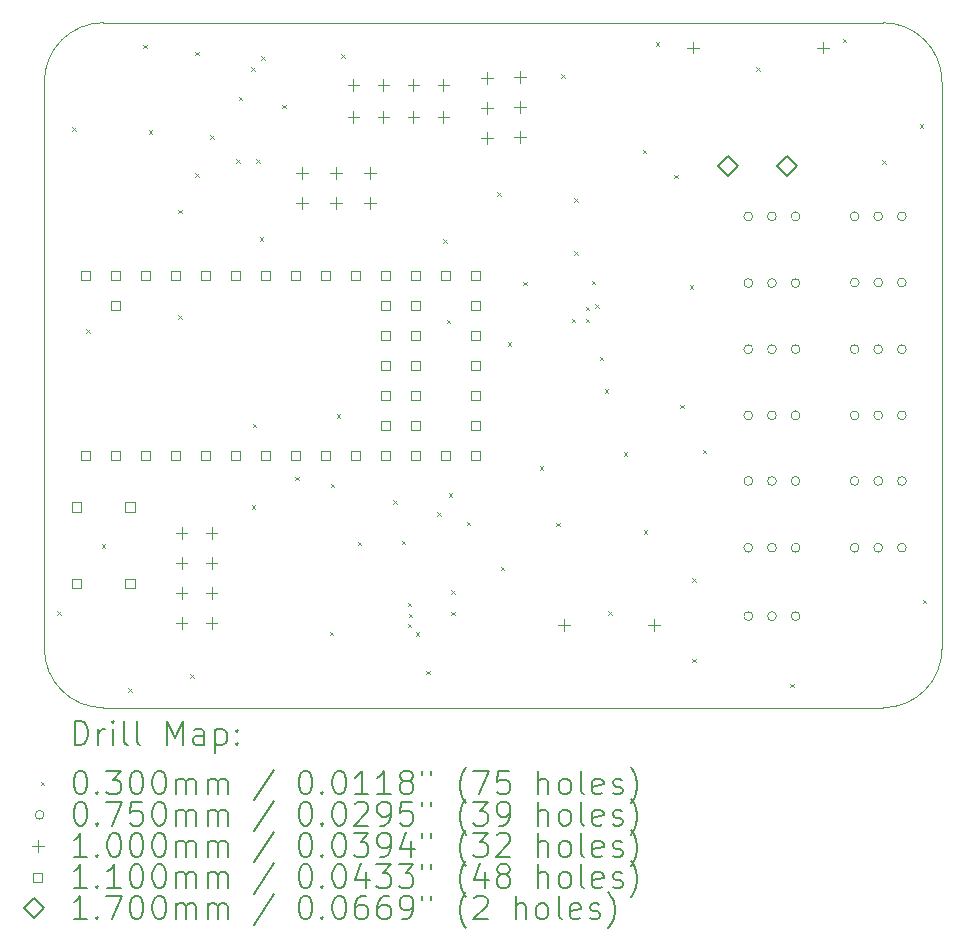
<source format=gbr>
%TF.GenerationSoftware,KiCad,Pcbnew,8.0.8*%
%TF.CreationDate,2025-01-18T14:14:05+07:00*%
%TF.ProjectId,Teensy4.0,5465656e-7379-4342-9e30-2e6b69636164,rev?*%
%TF.SameCoordinates,Original*%
%TF.FileFunction,Drillmap*%
%TF.FilePolarity,Positive*%
%FSLAX45Y45*%
G04 Gerber Fmt 4.5, Leading zero omitted, Abs format (unit mm)*
G04 Created by KiCad (PCBNEW 8.0.8) date 2025-01-18 14:14:05*
%MOMM*%
%LPD*%
G01*
G04 APERTURE LIST*
%ADD10C,0.050000*%
%ADD11C,0.200000*%
%ADD12C,0.100000*%
%ADD13C,0.110000*%
%ADD14C,0.170000*%
G04 APERTURE END LIST*
D10*
X10900000Y-12700000D02*
X17500000Y-12700000D01*
X18000000Y-12200000D02*
X18000000Y-7400000D01*
X17500000Y-6900000D02*
G75*
G02*
X18000000Y-7400000I0J-500000D01*
G01*
X10900000Y-6900000D02*
X17500000Y-6900000D01*
X10900000Y-12700000D02*
G75*
G02*
X10400000Y-12200000I0J500000D01*
G01*
X18000000Y-12200000D02*
G75*
G02*
X17500000Y-12700000I-500000J0D01*
G01*
X10400000Y-7400000D02*
G75*
G02*
X10900000Y-6900000I500000J0D01*
G01*
X10400000Y-7400000D02*
X10400000Y-12200000D01*
D11*
D12*
X10510000Y-11885000D02*
X10540000Y-11915000D01*
X10540000Y-11885000D02*
X10510000Y-11915000D01*
X10635000Y-7785000D02*
X10665000Y-7815000D01*
X10665000Y-7785000D02*
X10635000Y-7815000D01*
X10755000Y-9495000D02*
X10785000Y-9525000D01*
X10785000Y-9495000D02*
X10755000Y-9525000D01*
X10885000Y-11315000D02*
X10915000Y-11345000D01*
X10915000Y-11315000D02*
X10885000Y-11345000D01*
X11110000Y-12535000D02*
X11140000Y-12565000D01*
X11140000Y-12535000D02*
X11110000Y-12565000D01*
X11235000Y-7085000D02*
X11265000Y-7115000D01*
X11265000Y-7085000D02*
X11235000Y-7115000D01*
X11282372Y-7812372D02*
X11312372Y-7842372D01*
X11312372Y-7812372D02*
X11282372Y-7842372D01*
X11535000Y-8485000D02*
X11565000Y-8515000D01*
X11565000Y-8485000D02*
X11535000Y-8515000D01*
X11535000Y-9375000D02*
X11565000Y-9405000D01*
X11565000Y-9375000D02*
X11535000Y-9405000D01*
X11635000Y-12415000D02*
X11665000Y-12445000D01*
X11665000Y-12415000D02*
X11635000Y-12445000D01*
X11675000Y-7147500D02*
X11705000Y-7177500D01*
X11705000Y-7147500D02*
X11675000Y-7177500D01*
X11675000Y-8175000D02*
X11705000Y-8205000D01*
X11705000Y-8175000D02*
X11675000Y-8205000D01*
X11805000Y-7855000D02*
X11835000Y-7885000D01*
X11835000Y-7855000D02*
X11805000Y-7885000D01*
X12022372Y-8057500D02*
X12052372Y-8087500D01*
X12052372Y-8057500D02*
X12022372Y-8087500D01*
X12043689Y-7526311D02*
X12073689Y-7556311D01*
X12073689Y-7526311D02*
X12043689Y-7556311D01*
X12152372Y-7277500D02*
X12182372Y-7307500D01*
X12182372Y-7277500D02*
X12152372Y-7307500D01*
X12155000Y-10985000D02*
X12185000Y-11015000D01*
X12185000Y-10985000D02*
X12155000Y-11015000D01*
X12165000Y-10295000D02*
X12195000Y-10325000D01*
X12195000Y-10295000D02*
X12165000Y-10325000D01*
X12192372Y-8057500D02*
X12222372Y-8087500D01*
X12222372Y-8057500D02*
X12192372Y-8087500D01*
X12225000Y-8715000D02*
X12255000Y-8745000D01*
X12255000Y-8715000D02*
X12225000Y-8745000D01*
X12235000Y-7185000D02*
X12265000Y-7215000D01*
X12265000Y-7185000D02*
X12235000Y-7215000D01*
X12415000Y-7595000D02*
X12445000Y-7625000D01*
X12445000Y-7595000D02*
X12415000Y-7625000D01*
X12525000Y-10745000D02*
X12555000Y-10775000D01*
X12555000Y-10745000D02*
X12525000Y-10775000D01*
X12815000Y-12055000D02*
X12845000Y-12085000D01*
X12845000Y-12055000D02*
X12815000Y-12085000D01*
X12825000Y-10805000D02*
X12855000Y-10835000D01*
X12855000Y-10805000D02*
X12825000Y-10835000D01*
X12875000Y-10215000D02*
X12905000Y-10245000D01*
X12905000Y-10215000D02*
X12875000Y-10245000D01*
X12915000Y-7165000D02*
X12945000Y-7195000D01*
X12945000Y-7165000D02*
X12915000Y-7195000D01*
X13055000Y-11295000D02*
X13085000Y-11325000D01*
X13085000Y-11295000D02*
X13055000Y-11325000D01*
X13355000Y-10945000D02*
X13385000Y-10975000D01*
X13385000Y-10945000D02*
X13355000Y-10975000D01*
X13425000Y-11285000D02*
X13455000Y-11315000D01*
X13455000Y-11285000D02*
X13425000Y-11315000D01*
X13476250Y-11810000D02*
X13506250Y-11840000D01*
X13506250Y-11810000D02*
X13476250Y-11840000D01*
X13476250Y-11990000D02*
X13506250Y-12020000D01*
X13506250Y-11990000D02*
X13476250Y-12020000D01*
X13483125Y-11903125D02*
X13513125Y-11933125D01*
X13513125Y-11903125D02*
X13483125Y-11933125D01*
X13545050Y-12061200D02*
X13575050Y-12091200D01*
X13575050Y-12061200D02*
X13545050Y-12091200D01*
X13635000Y-12385000D02*
X13665000Y-12415000D01*
X13665000Y-12385000D02*
X13635000Y-12415000D01*
X13725000Y-11045000D02*
X13755000Y-11075000D01*
X13755000Y-11045000D02*
X13725000Y-11075000D01*
X13775000Y-8735000D02*
X13805000Y-8765000D01*
X13805000Y-8735000D02*
X13775000Y-8765000D01*
X13805000Y-9415000D02*
X13835000Y-9445000D01*
X13835000Y-9415000D02*
X13805000Y-9445000D01*
X13825000Y-10885000D02*
X13855000Y-10915000D01*
X13855000Y-10885000D02*
X13825000Y-10915000D01*
X13843750Y-11888100D02*
X13873750Y-11918100D01*
X13873750Y-11888100D02*
X13843750Y-11918100D01*
X13845000Y-11705000D02*
X13875000Y-11735000D01*
X13875000Y-11705000D02*
X13845000Y-11735000D01*
X13975000Y-11125000D02*
X14005000Y-11155000D01*
X14005000Y-11125000D02*
X13975000Y-11155000D01*
X14235000Y-8335000D02*
X14265000Y-8365000D01*
X14265000Y-8335000D02*
X14235000Y-8365000D01*
X14265000Y-11505000D02*
X14295000Y-11535000D01*
X14295000Y-11505000D02*
X14265000Y-11535000D01*
X14325000Y-9605000D02*
X14355000Y-9635000D01*
X14355000Y-9605000D02*
X14325000Y-9635000D01*
X14455000Y-9095000D02*
X14485000Y-9125000D01*
X14485000Y-9095000D02*
X14455000Y-9125000D01*
X14595000Y-10655000D02*
X14625000Y-10685000D01*
X14625000Y-10655000D02*
X14595000Y-10685000D01*
X14735000Y-11135000D02*
X14765000Y-11165000D01*
X14765000Y-11135000D02*
X14735000Y-11165000D01*
X14775000Y-7335000D02*
X14805000Y-7365000D01*
X14805000Y-7335000D02*
X14775000Y-7365000D01*
X14865000Y-9405000D02*
X14895000Y-9435000D01*
X14895000Y-9405000D02*
X14865000Y-9435000D01*
X14885000Y-8385000D02*
X14915000Y-8415000D01*
X14915000Y-8385000D02*
X14885000Y-8415000D01*
X14885000Y-8835000D02*
X14915000Y-8865000D01*
X14915000Y-8835000D02*
X14885000Y-8865000D01*
X14985000Y-9305000D02*
X15015000Y-9335000D01*
X15015000Y-9305000D02*
X14985000Y-9335000D01*
X14985000Y-9405000D02*
X15015000Y-9435000D01*
X15015000Y-9405000D02*
X14985000Y-9435000D01*
X15035000Y-9085000D02*
X15065000Y-9115000D01*
X15065000Y-9085000D02*
X15035000Y-9115000D01*
X15065000Y-9285000D02*
X15095000Y-9315000D01*
X15095000Y-9285000D02*
X15065000Y-9315000D01*
X15102800Y-9727200D02*
X15132800Y-9757200D01*
X15132800Y-9727200D02*
X15102800Y-9757200D01*
X15145000Y-10005000D02*
X15175000Y-10035000D01*
X15175000Y-10005000D02*
X15145000Y-10035000D01*
X15175000Y-11885000D02*
X15205000Y-11915000D01*
X15205000Y-11885000D02*
X15175000Y-11915000D01*
X15305000Y-10535000D02*
X15335000Y-10565000D01*
X15335000Y-10535000D02*
X15305000Y-10565000D01*
X15465000Y-7975000D02*
X15495000Y-8005000D01*
X15495000Y-7975000D02*
X15465000Y-8005000D01*
X15475000Y-11195000D02*
X15505000Y-11225000D01*
X15505000Y-11195000D02*
X15475000Y-11225000D01*
X15575000Y-7065000D02*
X15605000Y-7095000D01*
X15605000Y-7065000D02*
X15575000Y-7095000D01*
X15731171Y-8185572D02*
X15761171Y-8215572D01*
X15761171Y-8185572D02*
X15731171Y-8215572D01*
X15785000Y-10135000D02*
X15815000Y-10165000D01*
X15815000Y-10135000D02*
X15785000Y-10165000D01*
X15865000Y-9125000D02*
X15895000Y-9155000D01*
X15895000Y-9125000D02*
X15865000Y-9155000D01*
X15885000Y-11605000D02*
X15915000Y-11635000D01*
X15915000Y-11605000D02*
X15885000Y-11635000D01*
X15885000Y-12285000D02*
X15915000Y-12315000D01*
X15915000Y-12285000D02*
X15885000Y-12315000D01*
X15975000Y-10515000D02*
X16005000Y-10545000D01*
X16005000Y-10515000D02*
X15975000Y-10545000D01*
X16425000Y-7275000D02*
X16455000Y-7305000D01*
X16455000Y-7275000D02*
X16425000Y-7305000D01*
X16715000Y-12495000D02*
X16745000Y-12525000D01*
X16745000Y-12495000D02*
X16715000Y-12525000D01*
X17160000Y-7035000D02*
X17190000Y-7065000D01*
X17190000Y-7035000D02*
X17160000Y-7065000D01*
X17495000Y-8065000D02*
X17525000Y-8095000D01*
X17525000Y-8065000D02*
X17495000Y-8095000D01*
X17810000Y-7760000D02*
X17840000Y-7790000D01*
X17840000Y-7760000D02*
X17810000Y-7790000D01*
X17835000Y-11785000D02*
X17865000Y-11815000D01*
X17865000Y-11785000D02*
X17835000Y-11815000D01*
X16397500Y-8540000D02*
G75*
G02*
X16322500Y-8540000I-37500J0D01*
G01*
X16322500Y-8540000D02*
G75*
G02*
X16397500Y-8540000I37500J0D01*
G01*
X16397500Y-9105000D02*
G75*
G02*
X16322500Y-9105000I-37500J0D01*
G01*
X16322500Y-9105000D02*
G75*
G02*
X16397500Y-9105000I37500J0D01*
G01*
X16397500Y-9665000D02*
G75*
G02*
X16322500Y-9665000I-37500J0D01*
G01*
X16322500Y-9665000D02*
G75*
G02*
X16397500Y-9665000I37500J0D01*
G01*
X16397500Y-10225000D02*
G75*
G02*
X16322500Y-10225000I-37500J0D01*
G01*
X16322500Y-10225000D02*
G75*
G02*
X16397500Y-10225000I37500J0D01*
G01*
X16397500Y-10780000D02*
G75*
G02*
X16322500Y-10780000I-37500J0D01*
G01*
X16322500Y-10780000D02*
G75*
G02*
X16397500Y-10780000I37500J0D01*
G01*
X16397500Y-11345000D02*
G75*
G02*
X16322500Y-11345000I-37500J0D01*
G01*
X16322500Y-11345000D02*
G75*
G02*
X16397500Y-11345000I37500J0D01*
G01*
X16397500Y-11925000D02*
G75*
G02*
X16322500Y-11925000I-37500J0D01*
G01*
X16322500Y-11925000D02*
G75*
G02*
X16397500Y-11925000I37500J0D01*
G01*
X16597500Y-8540000D02*
G75*
G02*
X16522500Y-8540000I-37500J0D01*
G01*
X16522500Y-8540000D02*
G75*
G02*
X16597500Y-8540000I37500J0D01*
G01*
X16597500Y-9105000D02*
G75*
G02*
X16522500Y-9105000I-37500J0D01*
G01*
X16522500Y-9105000D02*
G75*
G02*
X16597500Y-9105000I37500J0D01*
G01*
X16597500Y-9665000D02*
G75*
G02*
X16522500Y-9665000I-37500J0D01*
G01*
X16522500Y-9665000D02*
G75*
G02*
X16597500Y-9665000I37500J0D01*
G01*
X16597500Y-10225000D02*
G75*
G02*
X16522500Y-10225000I-37500J0D01*
G01*
X16522500Y-10225000D02*
G75*
G02*
X16597500Y-10225000I37500J0D01*
G01*
X16597500Y-10780000D02*
G75*
G02*
X16522500Y-10780000I-37500J0D01*
G01*
X16522500Y-10780000D02*
G75*
G02*
X16597500Y-10780000I37500J0D01*
G01*
X16597500Y-11345000D02*
G75*
G02*
X16522500Y-11345000I-37500J0D01*
G01*
X16522500Y-11345000D02*
G75*
G02*
X16597500Y-11345000I37500J0D01*
G01*
X16597500Y-11925000D02*
G75*
G02*
X16522500Y-11925000I-37500J0D01*
G01*
X16522500Y-11925000D02*
G75*
G02*
X16597500Y-11925000I37500J0D01*
G01*
X16797500Y-8540000D02*
G75*
G02*
X16722500Y-8540000I-37500J0D01*
G01*
X16722500Y-8540000D02*
G75*
G02*
X16797500Y-8540000I37500J0D01*
G01*
X16797500Y-9105000D02*
G75*
G02*
X16722500Y-9105000I-37500J0D01*
G01*
X16722500Y-9105000D02*
G75*
G02*
X16797500Y-9105000I37500J0D01*
G01*
X16797500Y-9665000D02*
G75*
G02*
X16722500Y-9665000I-37500J0D01*
G01*
X16722500Y-9665000D02*
G75*
G02*
X16797500Y-9665000I37500J0D01*
G01*
X16797500Y-10225000D02*
G75*
G02*
X16722500Y-10225000I-37500J0D01*
G01*
X16722500Y-10225000D02*
G75*
G02*
X16797500Y-10225000I37500J0D01*
G01*
X16797500Y-10780000D02*
G75*
G02*
X16722500Y-10780000I-37500J0D01*
G01*
X16722500Y-10780000D02*
G75*
G02*
X16797500Y-10780000I37500J0D01*
G01*
X16797500Y-11345000D02*
G75*
G02*
X16722500Y-11345000I-37500J0D01*
G01*
X16722500Y-11345000D02*
G75*
G02*
X16797500Y-11345000I37500J0D01*
G01*
X16797500Y-11925000D02*
G75*
G02*
X16722500Y-11925000I-37500J0D01*
G01*
X16722500Y-11925000D02*
G75*
G02*
X16797500Y-11925000I37500J0D01*
G01*
X17297500Y-8540000D02*
G75*
G02*
X17222500Y-8540000I-37500J0D01*
G01*
X17222500Y-8540000D02*
G75*
G02*
X17297500Y-8540000I37500J0D01*
G01*
X17297500Y-9100000D02*
G75*
G02*
X17222500Y-9100000I-37500J0D01*
G01*
X17222500Y-9100000D02*
G75*
G02*
X17297500Y-9100000I37500J0D01*
G01*
X17297500Y-9665000D02*
G75*
G02*
X17222500Y-9665000I-37500J0D01*
G01*
X17222500Y-9665000D02*
G75*
G02*
X17297500Y-9665000I37500J0D01*
G01*
X17297500Y-10225000D02*
G75*
G02*
X17222500Y-10225000I-37500J0D01*
G01*
X17222500Y-10225000D02*
G75*
G02*
X17297500Y-10225000I37500J0D01*
G01*
X17297500Y-10780000D02*
G75*
G02*
X17222500Y-10780000I-37500J0D01*
G01*
X17222500Y-10780000D02*
G75*
G02*
X17297500Y-10780000I37500J0D01*
G01*
X17297500Y-11345000D02*
G75*
G02*
X17222500Y-11345000I-37500J0D01*
G01*
X17222500Y-11345000D02*
G75*
G02*
X17297500Y-11345000I37500J0D01*
G01*
X17497500Y-8540000D02*
G75*
G02*
X17422500Y-8540000I-37500J0D01*
G01*
X17422500Y-8540000D02*
G75*
G02*
X17497500Y-8540000I37500J0D01*
G01*
X17497500Y-9100000D02*
G75*
G02*
X17422500Y-9100000I-37500J0D01*
G01*
X17422500Y-9100000D02*
G75*
G02*
X17497500Y-9100000I37500J0D01*
G01*
X17497500Y-9665000D02*
G75*
G02*
X17422500Y-9665000I-37500J0D01*
G01*
X17422500Y-9665000D02*
G75*
G02*
X17497500Y-9665000I37500J0D01*
G01*
X17497500Y-10225000D02*
G75*
G02*
X17422500Y-10225000I-37500J0D01*
G01*
X17422500Y-10225000D02*
G75*
G02*
X17497500Y-10225000I37500J0D01*
G01*
X17497500Y-10780000D02*
G75*
G02*
X17422500Y-10780000I-37500J0D01*
G01*
X17422500Y-10780000D02*
G75*
G02*
X17497500Y-10780000I37500J0D01*
G01*
X17497500Y-11345000D02*
G75*
G02*
X17422500Y-11345000I-37500J0D01*
G01*
X17422500Y-11345000D02*
G75*
G02*
X17497500Y-11345000I37500J0D01*
G01*
X17697500Y-8540000D02*
G75*
G02*
X17622500Y-8540000I-37500J0D01*
G01*
X17622500Y-8540000D02*
G75*
G02*
X17697500Y-8540000I37500J0D01*
G01*
X17697500Y-9100000D02*
G75*
G02*
X17622500Y-9100000I-37500J0D01*
G01*
X17622500Y-9100000D02*
G75*
G02*
X17697500Y-9100000I37500J0D01*
G01*
X17697500Y-9665000D02*
G75*
G02*
X17622500Y-9665000I-37500J0D01*
G01*
X17622500Y-9665000D02*
G75*
G02*
X17697500Y-9665000I37500J0D01*
G01*
X17697500Y-10225000D02*
G75*
G02*
X17622500Y-10225000I-37500J0D01*
G01*
X17622500Y-10225000D02*
G75*
G02*
X17697500Y-10225000I37500J0D01*
G01*
X17697500Y-10780000D02*
G75*
G02*
X17622500Y-10780000I-37500J0D01*
G01*
X17622500Y-10780000D02*
G75*
G02*
X17697500Y-10780000I37500J0D01*
G01*
X17697500Y-11345000D02*
G75*
G02*
X17622500Y-11345000I-37500J0D01*
G01*
X17622500Y-11345000D02*
G75*
G02*
X17697500Y-11345000I37500J0D01*
G01*
X11561050Y-11167500D02*
X11561050Y-11267500D01*
X11511050Y-11217500D02*
X11611050Y-11217500D01*
X11561050Y-11421500D02*
X11561050Y-11521500D01*
X11511050Y-11471500D02*
X11611050Y-11471500D01*
X11561050Y-11675500D02*
X11561050Y-11775500D01*
X11511050Y-11725500D02*
X11611050Y-11725500D01*
X11561050Y-11929500D02*
X11561050Y-12029500D01*
X11511050Y-11979500D02*
X11611050Y-11979500D01*
X11815050Y-11167500D02*
X11815050Y-11267500D01*
X11765050Y-11217500D02*
X11865050Y-11217500D01*
X11815050Y-11421500D02*
X11815050Y-11521500D01*
X11765050Y-11471500D02*
X11865050Y-11471500D01*
X11815050Y-11675500D02*
X11815050Y-11775500D01*
X11765050Y-11725500D02*
X11865050Y-11725500D01*
X11815050Y-11929500D02*
X11815050Y-12029500D01*
X11765050Y-11979500D02*
X11865050Y-11979500D01*
X12580000Y-8126000D02*
X12580000Y-8226000D01*
X12530000Y-8176000D02*
X12630000Y-8176000D01*
X12580000Y-8380000D02*
X12580000Y-8480000D01*
X12530000Y-8430000D02*
X12630000Y-8430000D01*
X12870000Y-8126000D02*
X12870000Y-8226000D01*
X12820000Y-8176000D02*
X12920000Y-8176000D01*
X12870000Y-8380000D02*
X12870000Y-8480000D01*
X12820000Y-8430000D02*
X12920000Y-8430000D01*
X13017000Y-7375000D02*
X13017000Y-7475000D01*
X12967000Y-7425000D02*
X13067000Y-7425000D01*
X13017000Y-7650000D02*
X13017000Y-7750000D01*
X12967000Y-7700000D02*
X13067000Y-7700000D01*
X13160000Y-8123500D02*
X13160000Y-8223500D01*
X13110000Y-8173500D02*
X13210000Y-8173500D01*
X13160000Y-8377500D02*
X13160000Y-8477500D01*
X13110000Y-8427500D02*
X13210000Y-8427500D01*
X13271000Y-7375000D02*
X13271000Y-7475000D01*
X13221000Y-7425000D02*
X13321000Y-7425000D01*
X13271000Y-7650000D02*
X13271000Y-7750000D01*
X13221000Y-7700000D02*
X13321000Y-7700000D01*
X13525000Y-7375000D02*
X13525000Y-7475000D01*
X13475000Y-7425000D02*
X13575000Y-7425000D01*
X13525000Y-7650000D02*
X13525000Y-7750000D01*
X13475000Y-7700000D02*
X13575000Y-7700000D01*
X13779000Y-7375000D02*
X13779000Y-7475000D01*
X13729000Y-7425000D02*
X13829000Y-7425000D01*
X13779000Y-7650000D02*
X13779000Y-7750000D01*
X13729000Y-7700000D02*
X13829000Y-7700000D01*
X14150000Y-7317000D02*
X14150000Y-7417000D01*
X14100000Y-7367000D02*
X14200000Y-7367000D01*
X14150000Y-7571000D02*
X14150000Y-7671000D01*
X14100000Y-7621000D02*
X14200000Y-7621000D01*
X14150000Y-7825000D02*
X14150000Y-7925000D01*
X14100000Y-7875000D02*
X14200000Y-7875000D01*
X14425000Y-7313000D02*
X14425000Y-7413000D01*
X14375000Y-7363000D02*
X14475000Y-7363000D01*
X14425000Y-7567000D02*
X14425000Y-7667000D01*
X14375000Y-7617000D02*
X14475000Y-7617000D01*
X14425000Y-7821000D02*
X14425000Y-7921000D01*
X14375000Y-7871000D02*
X14475000Y-7871000D01*
X14800000Y-11950000D02*
X14800000Y-12050000D01*
X14750000Y-12000000D02*
X14850000Y-12000000D01*
X15560000Y-11950000D02*
X15560000Y-12050000D01*
X15510000Y-12000000D02*
X15610000Y-12000000D01*
X15890000Y-7060575D02*
X15890000Y-7160575D01*
X15840000Y-7110575D02*
X15940000Y-7110575D01*
X16990000Y-7060575D02*
X16990000Y-7160575D01*
X16940000Y-7110575D02*
X17040000Y-7110575D01*
D13*
X10713891Y-11038891D02*
X10713891Y-10961109D01*
X10636109Y-10961109D01*
X10636109Y-11038891D01*
X10713891Y-11038891D01*
X10713891Y-11688891D02*
X10713891Y-11611109D01*
X10636109Y-11611109D01*
X10636109Y-11688891D01*
X10713891Y-11688891D01*
X10787891Y-9076891D02*
X10787891Y-8999109D01*
X10710109Y-8999109D01*
X10710109Y-9076891D01*
X10787891Y-9076891D01*
X10787891Y-10600891D02*
X10787891Y-10523109D01*
X10710109Y-10523109D01*
X10710109Y-10600891D01*
X10787891Y-10600891D01*
X11041891Y-9076891D02*
X11041891Y-8999109D01*
X10964109Y-8999109D01*
X10964109Y-9076891D01*
X11041891Y-9076891D01*
X11041891Y-9330891D02*
X11041891Y-9253109D01*
X10964109Y-9253109D01*
X10964109Y-9330891D01*
X11041891Y-9330891D01*
X11041891Y-10600891D02*
X11041891Y-10523109D01*
X10964109Y-10523109D01*
X10964109Y-10600891D01*
X11041891Y-10600891D01*
X11163891Y-11038891D02*
X11163891Y-10961109D01*
X11086109Y-10961109D01*
X11086109Y-11038891D01*
X11163891Y-11038891D01*
X11163891Y-11688891D02*
X11163891Y-11611109D01*
X11086109Y-11611109D01*
X11086109Y-11688891D01*
X11163891Y-11688891D01*
X11295891Y-9076891D02*
X11295891Y-8999109D01*
X11218109Y-8999109D01*
X11218109Y-9076891D01*
X11295891Y-9076891D01*
X11295891Y-10600891D02*
X11295891Y-10523109D01*
X11218109Y-10523109D01*
X11218109Y-10600891D01*
X11295891Y-10600891D01*
X11549891Y-9076891D02*
X11549891Y-8999109D01*
X11472109Y-8999109D01*
X11472109Y-9076891D01*
X11549891Y-9076891D01*
X11549891Y-10600891D02*
X11549891Y-10523109D01*
X11472109Y-10523109D01*
X11472109Y-10600891D01*
X11549891Y-10600891D01*
X11803891Y-9076891D02*
X11803891Y-8999109D01*
X11726109Y-8999109D01*
X11726109Y-9076891D01*
X11803891Y-9076891D01*
X11803891Y-10600891D02*
X11803891Y-10523109D01*
X11726109Y-10523109D01*
X11726109Y-10600891D01*
X11803891Y-10600891D01*
X12057891Y-9076891D02*
X12057891Y-8999109D01*
X11980109Y-8999109D01*
X11980109Y-9076891D01*
X12057891Y-9076891D01*
X12057891Y-10600891D02*
X12057891Y-10523109D01*
X11980109Y-10523109D01*
X11980109Y-10600891D01*
X12057891Y-10600891D01*
X12311891Y-9076891D02*
X12311891Y-8999109D01*
X12234109Y-8999109D01*
X12234109Y-9076891D01*
X12311891Y-9076891D01*
X12311891Y-10600891D02*
X12311891Y-10523109D01*
X12234109Y-10523109D01*
X12234109Y-10600891D01*
X12311891Y-10600891D01*
X12565891Y-9076891D02*
X12565891Y-8999109D01*
X12488109Y-8999109D01*
X12488109Y-9076891D01*
X12565891Y-9076891D01*
X12565891Y-10600891D02*
X12565891Y-10523109D01*
X12488109Y-10523109D01*
X12488109Y-10600891D01*
X12565891Y-10600891D01*
X12819891Y-9076891D02*
X12819891Y-8999109D01*
X12742109Y-8999109D01*
X12742109Y-9076891D01*
X12819891Y-9076891D01*
X12819891Y-10600891D02*
X12819891Y-10523109D01*
X12742109Y-10523109D01*
X12742109Y-10600891D01*
X12819891Y-10600891D01*
X13073891Y-9076891D02*
X13073891Y-8999109D01*
X12996109Y-8999109D01*
X12996109Y-9076891D01*
X13073891Y-9076891D01*
X13073891Y-10600891D02*
X13073891Y-10523109D01*
X12996109Y-10523109D01*
X12996109Y-10600891D01*
X13073891Y-10600891D01*
X13327891Y-9076891D02*
X13327891Y-8999109D01*
X13250109Y-8999109D01*
X13250109Y-9076891D01*
X13327891Y-9076891D01*
X13327891Y-9330891D02*
X13327891Y-9253109D01*
X13250109Y-9253109D01*
X13250109Y-9330891D01*
X13327891Y-9330891D01*
X13327891Y-9584891D02*
X13327891Y-9507109D01*
X13250109Y-9507109D01*
X13250109Y-9584891D01*
X13327891Y-9584891D01*
X13327891Y-9838891D02*
X13327891Y-9761109D01*
X13250109Y-9761109D01*
X13250109Y-9838891D01*
X13327891Y-9838891D01*
X13327891Y-10092891D02*
X13327891Y-10015109D01*
X13250109Y-10015109D01*
X13250109Y-10092891D01*
X13327891Y-10092891D01*
X13327891Y-10346891D02*
X13327891Y-10269109D01*
X13250109Y-10269109D01*
X13250109Y-10346891D01*
X13327891Y-10346891D01*
X13327891Y-10600891D02*
X13327891Y-10523109D01*
X13250109Y-10523109D01*
X13250109Y-10600891D01*
X13327891Y-10600891D01*
X13581891Y-9076891D02*
X13581891Y-8999109D01*
X13504109Y-8999109D01*
X13504109Y-9076891D01*
X13581891Y-9076891D01*
X13581891Y-9330891D02*
X13581891Y-9253109D01*
X13504109Y-9253109D01*
X13504109Y-9330891D01*
X13581891Y-9330891D01*
X13581891Y-9584891D02*
X13581891Y-9507109D01*
X13504109Y-9507109D01*
X13504109Y-9584891D01*
X13581891Y-9584891D01*
X13581891Y-9838891D02*
X13581891Y-9761109D01*
X13504109Y-9761109D01*
X13504109Y-9838891D01*
X13581891Y-9838891D01*
X13581891Y-10092891D02*
X13581891Y-10015109D01*
X13504109Y-10015109D01*
X13504109Y-10092891D01*
X13581891Y-10092891D01*
X13581891Y-10346891D02*
X13581891Y-10269109D01*
X13504109Y-10269109D01*
X13504109Y-10346891D01*
X13581891Y-10346891D01*
X13581891Y-10600891D02*
X13581891Y-10523109D01*
X13504109Y-10523109D01*
X13504109Y-10600891D01*
X13581891Y-10600891D01*
X13835891Y-9076891D02*
X13835891Y-8999109D01*
X13758109Y-8999109D01*
X13758109Y-9076891D01*
X13835891Y-9076891D01*
X13835891Y-10600891D02*
X13835891Y-10523109D01*
X13758109Y-10523109D01*
X13758109Y-10600891D01*
X13835891Y-10600891D01*
X14089891Y-9076891D02*
X14089891Y-8999109D01*
X14012109Y-8999109D01*
X14012109Y-9076891D01*
X14089891Y-9076891D01*
X14089891Y-9330891D02*
X14089891Y-9253109D01*
X14012109Y-9253109D01*
X14012109Y-9330891D01*
X14089891Y-9330891D01*
X14089891Y-9584891D02*
X14089891Y-9507109D01*
X14012109Y-9507109D01*
X14012109Y-9584891D01*
X14089891Y-9584891D01*
X14089891Y-9838891D02*
X14089891Y-9761109D01*
X14012109Y-9761109D01*
X14012109Y-9838891D01*
X14089891Y-9838891D01*
X14089891Y-10092891D02*
X14089891Y-10015109D01*
X14012109Y-10015109D01*
X14012109Y-10092891D01*
X14089891Y-10092891D01*
X14089891Y-10346891D02*
X14089891Y-10269109D01*
X14012109Y-10269109D01*
X14012109Y-10346891D01*
X14089891Y-10346891D01*
X14089891Y-10600891D02*
X14089891Y-10523109D01*
X14012109Y-10523109D01*
X14012109Y-10600891D01*
X14089891Y-10600891D01*
D14*
X16190000Y-8195575D02*
X16275000Y-8110575D01*
X16190000Y-8025575D01*
X16105000Y-8110575D01*
X16190000Y-8195575D01*
X16690000Y-8195575D02*
X16775000Y-8110575D01*
X16690000Y-8025575D01*
X16605000Y-8110575D01*
X16690000Y-8195575D01*
D11*
X10658277Y-13013984D02*
X10658277Y-12813984D01*
X10658277Y-12813984D02*
X10705896Y-12813984D01*
X10705896Y-12813984D02*
X10734467Y-12823508D01*
X10734467Y-12823508D02*
X10753515Y-12842555D01*
X10753515Y-12842555D02*
X10763039Y-12861603D01*
X10763039Y-12861603D02*
X10772563Y-12899698D01*
X10772563Y-12899698D02*
X10772563Y-12928269D01*
X10772563Y-12928269D02*
X10763039Y-12966365D01*
X10763039Y-12966365D02*
X10753515Y-12985412D01*
X10753515Y-12985412D02*
X10734467Y-13004460D01*
X10734467Y-13004460D02*
X10705896Y-13013984D01*
X10705896Y-13013984D02*
X10658277Y-13013984D01*
X10858277Y-13013984D02*
X10858277Y-12880650D01*
X10858277Y-12918746D02*
X10867801Y-12899698D01*
X10867801Y-12899698D02*
X10877324Y-12890174D01*
X10877324Y-12890174D02*
X10896372Y-12880650D01*
X10896372Y-12880650D02*
X10915420Y-12880650D01*
X10982086Y-13013984D02*
X10982086Y-12880650D01*
X10982086Y-12813984D02*
X10972563Y-12823508D01*
X10972563Y-12823508D02*
X10982086Y-12833031D01*
X10982086Y-12833031D02*
X10991610Y-12823508D01*
X10991610Y-12823508D02*
X10982086Y-12813984D01*
X10982086Y-12813984D02*
X10982086Y-12833031D01*
X11105896Y-13013984D02*
X11086848Y-13004460D01*
X11086848Y-13004460D02*
X11077324Y-12985412D01*
X11077324Y-12985412D02*
X11077324Y-12813984D01*
X11210658Y-13013984D02*
X11191610Y-13004460D01*
X11191610Y-13004460D02*
X11182086Y-12985412D01*
X11182086Y-12985412D02*
X11182086Y-12813984D01*
X11439229Y-13013984D02*
X11439229Y-12813984D01*
X11439229Y-12813984D02*
X11505896Y-12956841D01*
X11505896Y-12956841D02*
X11572562Y-12813984D01*
X11572562Y-12813984D02*
X11572562Y-13013984D01*
X11753515Y-13013984D02*
X11753515Y-12909222D01*
X11753515Y-12909222D02*
X11743991Y-12890174D01*
X11743991Y-12890174D02*
X11724943Y-12880650D01*
X11724943Y-12880650D02*
X11686848Y-12880650D01*
X11686848Y-12880650D02*
X11667801Y-12890174D01*
X11753515Y-13004460D02*
X11734467Y-13013984D01*
X11734467Y-13013984D02*
X11686848Y-13013984D01*
X11686848Y-13013984D02*
X11667801Y-13004460D01*
X11667801Y-13004460D02*
X11658277Y-12985412D01*
X11658277Y-12985412D02*
X11658277Y-12966365D01*
X11658277Y-12966365D02*
X11667801Y-12947317D01*
X11667801Y-12947317D02*
X11686848Y-12937793D01*
X11686848Y-12937793D02*
X11734467Y-12937793D01*
X11734467Y-12937793D02*
X11753515Y-12928269D01*
X11848753Y-12880650D02*
X11848753Y-13080650D01*
X11848753Y-12890174D02*
X11867801Y-12880650D01*
X11867801Y-12880650D02*
X11905896Y-12880650D01*
X11905896Y-12880650D02*
X11924943Y-12890174D01*
X11924943Y-12890174D02*
X11934467Y-12899698D01*
X11934467Y-12899698D02*
X11943991Y-12918746D01*
X11943991Y-12918746D02*
X11943991Y-12975888D01*
X11943991Y-12975888D02*
X11934467Y-12994936D01*
X11934467Y-12994936D02*
X11924943Y-13004460D01*
X11924943Y-13004460D02*
X11905896Y-13013984D01*
X11905896Y-13013984D02*
X11867801Y-13013984D01*
X11867801Y-13013984D02*
X11848753Y-13004460D01*
X12029705Y-12994936D02*
X12039229Y-13004460D01*
X12039229Y-13004460D02*
X12029705Y-13013984D01*
X12029705Y-13013984D02*
X12020182Y-13004460D01*
X12020182Y-13004460D02*
X12029705Y-12994936D01*
X12029705Y-12994936D02*
X12029705Y-13013984D01*
X12029705Y-12890174D02*
X12039229Y-12899698D01*
X12039229Y-12899698D02*
X12029705Y-12909222D01*
X12029705Y-12909222D02*
X12020182Y-12899698D01*
X12020182Y-12899698D02*
X12029705Y-12890174D01*
X12029705Y-12890174D02*
X12029705Y-12909222D01*
D12*
X10367500Y-13327500D02*
X10397500Y-13357500D01*
X10397500Y-13327500D02*
X10367500Y-13357500D01*
D11*
X10696372Y-13233984D02*
X10715420Y-13233984D01*
X10715420Y-13233984D02*
X10734467Y-13243508D01*
X10734467Y-13243508D02*
X10743991Y-13253031D01*
X10743991Y-13253031D02*
X10753515Y-13272079D01*
X10753515Y-13272079D02*
X10763039Y-13310174D01*
X10763039Y-13310174D02*
X10763039Y-13357793D01*
X10763039Y-13357793D02*
X10753515Y-13395888D01*
X10753515Y-13395888D02*
X10743991Y-13414936D01*
X10743991Y-13414936D02*
X10734467Y-13424460D01*
X10734467Y-13424460D02*
X10715420Y-13433984D01*
X10715420Y-13433984D02*
X10696372Y-13433984D01*
X10696372Y-13433984D02*
X10677324Y-13424460D01*
X10677324Y-13424460D02*
X10667801Y-13414936D01*
X10667801Y-13414936D02*
X10658277Y-13395888D01*
X10658277Y-13395888D02*
X10648753Y-13357793D01*
X10648753Y-13357793D02*
X10648753Y-13310174D01*
X10648753Y-13310174D02*
X10658277Y-13272079D01*
X10658277Y-13272079D02*
X10667801Y-13253031D01*
X10667801Y-13253031D02*
X10677324Y-13243508D01*
X10677324Y-13243508D02*
X10696372Y-13233984D01*
X10848753Y-13414936D02*
X10858277Y-13424460D01*
X10858277Y-13424460D02*
X10848753Y-13433984D01*
X10848753Y-13433984D02*
X10839229Y-13424460D01*
X10839229Y-13424460D02*
X10848753Y-13414936D01*
X10848753Y-13414936D02*
X10848753Y-13433984D01*
X10924944Y-13233984D02*
X11048753Y-13233984D01*
X11048753Y-13233984D02*
X10982086Y-13310174D01*
X10982086Y-13310174D02*
X11010658Y-13310174D01*
X11010658Y-13310174D02*
X11029705Y-13319698D01*
X11029705Y-13319698D02*
X11039229Y-13329222D01*
X11039229Y-13329222D02*
X11048753Y-13348269D01*
X11048753Y-13348269D02*
X11048753Y-13395888D01*
X11048753Y-13395888D02*
X11039229Y-13414936D01*
X11039229Y-13414936D02*
X11029705Y-13424460D01*
X11029705Y-13424460D02*
X11010658Y-13433984D01*
X11010658Y-13433984D02*
X10953515Y-13433984D01*
X10953515Y-13433984D02*
X10934467Y-13424460D01*
X10934467Y-13424460D02*
X10924944Y-13414936D01*
X11172563Y-13233984D02*
X11191610Y-13233984D01*
X11191610Y-13233984D02*
X11210658Y-13243508D01*
X11210658Y-13243508D02*
X11220182Y-13253031D01*
X11220182Y-13253031D02*
X11229705Y-13272079D01*
X11229705Y-13272079D02*
X11239229Y-13310174D01*
X11239229Y-13310174D02*
X11239229Y-13357793D01*
X11239229Y-13357793D02*
X11229705Y-13395888D01*
X11229705Y-13395888D02*
X11220182Y-13414936D01*
X11220182Y-13414936D02*
X11210658Y-13424460D01*
X11210658Y-13424460D02*
X11191610Y-13433984D01*
X11191610Y-13433984D02*
X11172563Y-13433984D01*
X11172563Y-13433984D02*
X11153515Y-13424460D01*
X11153515Y-13424460D02*
X11143991Y-13414936D01*
X11143991Y-13414936D02*
X11134467Y-13395888D01*
X11134467Y-13395888D02*
X11124944Y-13357793D01*
X11124944Y-13357793D02*
X11124944Y-13310174D01*
X11124944Y-13310174D02*
X11134467Y-13272079D01*
X11134467Y-13272079D02*
X11143991Y-13253031D01*
X11143991Y-13253031D02*
X11153515Y-13243508D01*
X11153515Y-13243508D02*
X11172563Y-13233984D01*
X11363039Y-13233984D02*
X11382086Y-13233984D01*
X11382086Y-13233984D02*
X11401134Y-13243508D01*
X11401134Y-13243508D02*
X11410658Y-13253031D01*
X11410658Y-13253031D02*
X11420182Y-13272079D01*
X11420182Y-13272079D02*
X11429705Y-13310174D01*
X11429705Y-13310174D02*
X11429705Y-13357793D01*
X11429705Y-13357793D02*
X11420182Y-13395888D01*
X11420182Y-13395888D02*
X11410658Y-13414936D01*
X11410658Y-13414936D02*
X11401134Y-13424460D01*
X11401134Y-13424460D02*
X11382086Y-13433984D01*
X11382086Y-13433984D02*
X11363039Y-13433984D01*
X11363039Y-13433984D02*
X11343991Y-13424460D01*
X11343991Y-13424460D02*
X11334467Y-13414936D01*
X11334467Y-13414936D02*
X11324943Y-13395888D01*
X11324943Y-13395888D02*
X11315420Y-13357793D01*
X11315420Y-13357793D02*
X11315420Y-13310174D01*
X11315420Y-13310174D02*
X11324943Y-13272079D01*
X11324943Y-13272079D02*
X11334467Y-13253031D01*
X11334467Y-13253031D02*
X11343991Y-13243508D01*
X11343991Y-13243508D02*
X11363039Y-13233984D01*
X11515420Y-13433984D02*
X11515420Y-13300650D01*
X11515420Y-13319698D02*
X11524943Y-13310174D01*
X11524943Y-13310174D02*
X11543991Y-13300650D01*
X11543991Y-13300650D02*
X11572563Y-13300650D01*
X11572563Y-13300650D02*
X11591610Y-13310174D01*
X11591610Y-13310174D02*
X11601134Y-13329222D01*
X11601134Y-13329222D02*
X11601134Y-13433984D01*
X11601134Y-13329222D02*
X11610658Y-13310174D01*
X11610658Y-13310174D02*
X11629705Y-13300650D01*
X11629705Y-13300650D02*
X11658277Y-13300650D01*
X11658277Y-13300650D02*
X11677324Y-13310174D01*
X11677324Y-13310174D02*
X11686848Y-13329222D01*
X11686848Y-13329222D02*
X11686848Y-13433984D01*
X11782086Y-13433984D02*
X11782086Y-13300650D01*
X11782086Y-13319698D02*
X11791610Y-13310174D01*
X11791610Y-13310174D02*
X11810658Y-13300650D01*
X11810658Y-13300650D02*
X11839229Y-13300650D01*
X11839229Y-13300650D02*
X11858277Y-13310174D01*
X11858277Y-13310174D02*
X11867801Y-13329222D01*
X11867801Y-13329222D02*
X11867801Y-13433984D01*
X11867801Y-13329222D02*
X11877324Y-13310174D01*
X11877324Y-13310174D02*
X11896372Y-13300650D01*
X11896372Y-13300650D02*
X11924943Y-13300650D01*
X11924943Y-13300650D02*
X11943991Y-13310174D01*
X11943991Y-13310174D02*
X11953515Y-13329222D01*
X11953515Y-13329222D02*
X11953515Y-13433984D01*
X12343991Y-13224460D02*
X12172563Y-13481603D01*
X12601134Y-13233984D02*
X12620182Y-13233984D01*
X12620182Y-13233984D02*
X12639229Y-13243508D01*
X12639229Y-13243508D02*
X12648753Y-13253031D01*
X12648753Y-13253031D02*
X12658277Y-13272079D01*
X12658277Y-13272079D02*
X12667801Y-13310174D01*
X12667801Y-13310174D02*
X12667801Y-13357793D01*
X12667801Y-13357793D02*
X12658277Y-13395888D01*
X12658277Y-13395888D02*
X12648753Y-13414936D01*
X12648753Y-13414936D02*
X12639229Y-13424460D01*
X12639229Y-13424460D02*
X12620182Y-13433984D01*
X12620182Y-13433984D02*
X12601134Y-13433984D01*
X12601134Y-13433984D02*
X12582086Y-13424460D01*
X12582086Y-13424460D02*
X12572563Y-13414936D01*
X12572563Y-13414936D02*
X12563039Y-13395888D01*
X12563039Y-13395888D02*
X12553515Y-13357793D01*
X12553515Y-13357793D02*
X12553515Y-13310174D01*
X12553515Y-13310174D02*
X12563039Y-13272079D01*
X12563039Y-13272079D02*
X12572563Y-13253031D01*
X12572563Y-13253031D02*
X12582086Y-13243508D01*
X12582086Y-13243508D02*
X12601134Y-13233984D01*
X12753515Y-13414936D02*
X12763039Y-13424460D01*
X12763039Y-13424460D02*
X12753515Y-13433984D01*
X12753515Y-13433984D02*
X12743991Y-13424460D01*
X12743991Y-13424460D02*
X12753515Y-13414936D01*
X12753515Y-13414936D02*
X12753515Y-13433984D01*
X12886848Y-13233984D02*
X12905896Y-13233984D01*
X12905896Y-13233984D02*
X12924944Y-13243508D01*
X12924944Y-13243508D02*
X12934467Y-13253031D01*
X12934467Y-13253031D02*
X12943991Y-13272079D01*
X12943991Y-13272079D02*
X12953515Y-13310174D01*
X12953515Y-13310174D02*
X12953515Y-13357793D01*
X12953515Y-13357793D02*
X12943991Y-13395888D01*
X12943991Y-13395888D02*
X12934467Y-13414936D01*
X12934467Y-13414936D02*
X12924944Y-13424460D01*
X12924944Y-13424460D02*
X12905896Y-13433984D01*
X12905896Y-13433984D02*
X12886848Y-13433984D01*
X12886848Y-13433984D02*
X12867801Y-13424460D01*
X12867801Y-13424460D02*
X12858277Y-13414936D01*
X12858277Y-13414936D02*
X12848753Y-13395888D01*
X12848753Y-13395888D02*
X12839229Y-13357793D01*
X12839229Y-13357793D02*
X12839229Y-13310174D01*
X12839229Y-13310174D02*
X12848753Y-13272079D01*
X12848753Y-13272079D02*
X12858277Y-13253031D01*
X12858277Y-13253031D02*
X12867801Y-13243508D01*
X12867801Y-13243508D02*
X12886848Y-13233984D01*
X13143991Y-13433984D02*
X13029706Y-13433984D01*
X13086848Y-13433984D02*
X13086848Y-13233984D01*
X13086848Y-13233984D02*
X13067801Y-13262555D01*
X13067801Y-13262555D02*
X13048753Y-13281603D01*
X13048753Y-13281603D02*
X13029706Y-13291127D01*
X13334467Y-13433984D02*
X13220182Y-13433984D01*
X13277325Y-13433984D02*
X13277325Y-13233984D01*
X13277325Y-13233984D02*
X13258277Y-13262555D01*
X13258277Y-13262555D02*
X13239229Y-13281603D01*
X13239229Y-13281603D02*
X13220182Y-13291127D01*
X13448753Y-13319698D02*
X13429706Y-13310174D01*
X13429706Y-13310174D02*
X13420182Y-13300650D01*
X13420182Y-13300650D02*
X13410658Y-13281603D01*
X13410658Y-13281603D02*
X13410658Y-13272079D01*
X13410658Y-13272079D02*
X13420182Y-13253031D01*
X13420182Y-13253031D02*
X13429706Y-13243508D01*
X13429706Y-13243508D02*
X13448753Y-13233984D01*
X13448753Y-13233984D02*
X13486848Y-13233984D01*
X13486848Y-13233984D02*
X13505896Y-13243508D01*
X13505896Y-13243508D02*
X13515420Y-13253031D01*
X13515420Y-13253031D02*
X13524944Y-13272079D01*
X13524944Y-13272079D02*
X13524944Y-13281603D01*
X13524944Y-13281603D02*
X13515420Y-13300650D01*
X13515420Y-13300650D02*
X13505896Y-13310174D01*
X13505896Y-13310174D02*
X13486848Y-13319698D01*
X13486848Y-13319698D02*
X13448753Y-13319698D01*
X13448753Y-13319698D02*
X13429706Y-13329222D01*
X13429706Y-13329222D02*
X13420182Y-13338746D01*
X13420182Y-13338746D02*
X13410658Y-13357793D01*
X13410658Y-13357793D02*
X13410658Y-13395888D01*
X13410658Y-13395888D02*
X13420182Y-13414936D01*
X13420182Y-13414936D02*
X13429706Y-13424460D01*
X13429706Y-13424460D02*
X13448753Y-13433984D01*
X13448753Y-13433984D02*
X13486848Y-13433984D01*
X13486848Y-13433984D02*
X13505896Y-13424460D01*
X13505896Y-13424460D02*
X13515420Y-13414936D01*
X13515420Y-13414936D02*
X13524944Y-13395888D01*
X13524944Y-13395888D02*
X13524944Y-13357793D01*
X13524944Y-13357793D02*
X13515420Y-13338746D01*
X13515420Y-13338746D02*
X13505896Y-13329222D01*
X13505896Y-13329222D02*
X13486848Y-13319698D01*
X13601134Y-13233984D02*
X13601134Y-13272079D01*
X13677325Y-13233984D02*
X13677325Y-13272079D01*
X13972563Y-13510174D02*
X13963039Y-13500650D01*
X13963039Y-13500650D02*
X13943991Y-13472079D01*
X13943991Y-13472079D02*
X13934468Y-13453031D01*
X13934468Y-13453031D02*
X13924944Y-13424460D01*
X13924944Y-13424460D02*
X13915420Y-13376841D01*
X13915420Y-13376841D02*
X13915420Y-13338746D01*
X13915420Y-13338746D02*
X13924944Y-13291127D01*
X13924944Y-13291127D02*
X13934468Y-13262555D01*
X13934468Y-13262555D02*
X13943991Y-13243508D01*
X13943991Y-13243508D02*
X13963039Y-13214936D01*
X13963039Y-13214936D02*
X13972563Y-13205412D01*
X14029706Y-13233984D02*
X14163039Y-13233984D01*
X14163039Y-13233984D02*
X14077325Y-13433984D01*
X14334468Y-13233984D02*
X14239229Y-13233984D01*
X14239229Y-13233984D02*
X14229706Y-13329222D01*
X14229706Y-13329222D02*
X14239229Y-13319698D01*
X14239229Y-13319698D02*
X14258277Y-13310174D01*
X14258277Y-13310174D02*
X14305896Y-13310174D01*
X14305896Y-13310174D02*
X14324944Y-13319698D01*
X14324944Y-13319698D02*
X14334468Y-13329222D01*
X14334468Y-13329222D02*
X14343991Y-13348269D01*
X14343991Y-13348269D02*
X14343991Y-13395888D01*
X14343991Y-13395888D02*
X14334468Y-13414936D01*
X14334468Y-13414936D02*
X14324944Y-13424460D01*
X14324944Y-13424460D02*
X14305896Y-13433984D01*
X14305896Y-13433984D02*
X14258277Y-13433984D01*
X14258277Y-13433984D02*
X14239229Y-13424460D01*
X14239229Y-13424460D02*
X14229706Y-13414936D01*
X14582087Y-13433984D02*
X14582087Y-13233984D01*
X14667801Y-13433984D02*
X14667801Y-13329222D01*
X14667801Y-13329222D02*
X14658277Y-13310174D01*
X14658277Y-13310174D02*
X14639230Y-13300650D01*
X14639230Y-13300650D02*
X14610658Y-13300650D01*
X14610658Y-13300650D02*
X14591610Y-13310174D01*
X14591610Y-13310174D02*
X14582087Y-13319698D01*
X14791610Y-13433984D02*
X14772563Y-13424460D01*
X14772563Y-13424460D02*
X14763039Y-13414936D01*
X14763039Y-13414936D02*
X14753515Y-13395888D01*
X14753515Y-13395888D02*
X14753515Y-13338746D01*
X14753515Y-13338746D02*
X14763039Y-13319698D01*
X14763039Y-13319698D02*
X14772563Y-13310174D01*
X14772563Y-13310174D02*
X14791610Y-13300650D01*
X14791610Y-13300650D02*
X14820182Y-13300650D01*
X14820182Y-13300650D02*
X14839230Y-13310174D01*
X14839230Y-13310174D02*
X14848753Y-13319698D01*
X14848753Y-13319698D02*
X14858277Y-13338746D01*
X14858277Y-13338746D02*
X14858277Y-13395888D01*
X14858277Y-13395888D02*
X14848753Y-13414936D01*
X14848753Y-13414936D02*
X14839230Y-13424460D01*
X14839230Y-13424460D02*
X14820182Y-13433984D01*
X14820182Y-13433984D02*
X14791610Y-13433984D01*
X14972563Y-13433984D02*
X14953515Y-13424460D01*
X14953515Y-13424460D02*
X14943991Y-13405412D01*
X14943991Y-13405412D02*
X14943991Y-13233984D01*
X15124944Y-13424460D02*
X15105896Y-13433984D01*
X15105896Y-13433984D02*
X15067801Y-13433984D01*
X15067801Y-13433984D02*
X15048753Y-13424460D01*
X15048753Y-13424460D02*
X15039230Y-13405412D01*
X15039230Y-13405412D02*
X15039230Y-13329222D01*
X15039230Y-13329222D02*
X15048753Y-13310174D01*
X15048753Y-13310174D02*
X15067801Y-13300650D01*
X15067801Y-13300650D02*
X15105896Y-13300650D01*
X15105896Y-13300650D02*
X15124944Y-13310174D01*
X15124944Y-13310174D02*
X15134468Y-13329222D01*
X15134468Y-13329222D02*
X15134468Y-13348269D01*
X15134468Y-13348269D02*
X15039230Y-13367317D01*
X15210658Y-13424460D02*
X15229706Y-13433984D01*
X15229706Y-13433984D02*
X15267801Y-13433984D01*
X15267801Y-13433984D02*
X15286849Y-13424460D01*
X15286849Y-13424460D02*
X15296372Y-13405412D01*
X15296372Y-13405412D02*
X15296372Y-13395888D01*
X15296372Y-13395888D02*
X15286849Y-13376841D01*
X15286849Y-13376841D02*
X15267801Y-13367317D01*
X15267801Y-13367317D02*
X15239230Y-13367317D01*
X15239230Y-13367317D02*
X15220182Y-13357793D01*
X15220182Y-13357793D02*
X15210658Y-13338746D01*
X15210658Y-13338746D02*
X15210658Y-13329222D01*
X15210658Y-13329222D02*
X15220182Y-13310174D01*
X15220182Y-13310174D02*
X15239230Y-13300650D01*
X15239230Y-13300650D02*
X15267801Y-13300650D01*
X15267801Y-13300650D02*
X15286849Y-13310174D01*
X15363039Y-13510174D02*
X15372563Y-13500650D01*
X15372563Y-13500650D02*
X15391611Y-13472079D01*
X15391611Y-13472079D02*
X15401134Y-13453031D01*
X15401134Y-13453031D02*
X15410658Y-13424460D01*
X15410658Y-13424460D02*
X15420182Y-13376841D01*
X15420182Y-13376841D02*
X15420182Y-13338746D01*
X15420182Y-13338746D02*
X15410658Y-13291127D01*
X15410658Y-13291127D02*
X15401134Y-13262555D01*
X15401134Y-13262555D02*
X15391611Y-13243508D01*
X15391611Y-13243508D02*
X15372563Y-13214936D01*
X15372563Y-13214936D02*
X15363039Y-13205412D01*
D12*
X10397500Y-13606500D02*
G75*
G02*
X10322500Y-13606500I-37500J0D01*
G01*
X10322500Y-13606500D02*
G75*
G02*
X10397500Y-13606500I37500J0D01*
G01*
D11*
X10696372Y-13497984D02*
X10715420Y-13497984D01*
X10715420Y-13497984D02*
X10734467Y-13507508D01*
X10734467Y-13507508D02*
X10743991Y-13517031D01*
X10743991Y-13517031D02*
X10753515Y-13536079D01*
X10753515Y-13536079D02*
X10763039Y-13574174D01*
X10763039Y-13574174D02*
X10763039Y-13621793D01*
X10763039Y-13621793D02*
X10753515Y-13659888D01*
X10753515Y-13659888D02*
X10743991Y-13678936D01*
X10743991Y-13678936D02*
X10734467Y-13688460D01*
X10734467Y-13688460D02*
X10715420Y-13697984D01*
X10715420Y-13697984D02*
X10696372Y-13697984D01*
X10696372Y-13697984D02*
X10677324Y-13688460D01*
X10677324Y-13688460D02*
X10667801Y-13678936D01*
X10667801Y-13678936D02*
X10658277Y-13659888D01*
X10658277Y-13659888D02*
X10648753Y-13621793D01*
X10648753Y-13621793D02*
X10648753Y-13574174D01*
X10648753Y-13574174D02*
X10658277Y-13536079D01*
X10658277Y-13536079D02*
X10667801Y-13517031D01*
X10667801Y-13517031D02*
X10677324Y-13507508D01*
X10677324Y-13507508D02*
X10696372Y-13497984D01*
X10848753Y-13678936D02*
X10858277Y-13688460D01*
X10858277Y-13688460D02*
X10848753Y-13697984D01*
X10848753Y-13697984D02*
X10839229Y-13688460D01*
X10839229Y-13688460D02*
X10848753Y-13678936D01*
X10848753Y-13678936D02*
X10848753Y-13697984D01*
X10924944Y-13497984D02*
X11058277Y-13497984D01*
X11058277Y-13497984D02*
X10972563Y-13697984D01*
X11229705Y-13497984D02*
X11134467Y-13497984D01*
X11134467Y-13497984D02*
X11124944Y-13593222D01*
X11124944Y-13593222D02*
X11134467Y-13583698D01*
X11134467Y-13583698D02*
X11153515Y-13574174D01*
X11153515Y-13574174D02*
X11201134Y-13574174D01*
X11201134Y-13574174D02*
X11220182Y-13583698D01*
X11220182Y-13583698D02*
X11229705Y-13593222D01*
X11229705Y-13593222D02*
X11239229Y-13612269D01*
X11239229Y-13612269D02*
X11239229Y-13659888D01*
X11239229Y-13659888D02*
X11229705Y-13678936D01*
X11229705Y-13678936D02*
X11220182Y-13688460D01*
X11220182Y-13688460D02*
X11201134Y-13697984D01*
X11201134Y-13697984D02*
X11153515Y-13697984D01*
X11153515Y-13697984D02*
X11134467Y-13688460D01*
X11134467Y-13688460D02*
X11124944Y-13678936D01*
X11363039Y-13497984D02*
X11382086Y-13497984D01*
X11382086Y-13497984D02*
X11401134Y-13507508D01*
X11401134Y-13507508D02*
X11410658Y-13517031D01*
X11410658Y-13517031D02*
X11420182Y-13536079D01*
X11420182Y-13536079D02*
X11429705Y-13574174D01*
X11429705Y-13574174D02*
X11429705Y-13621793D01*
X11429705Y-13621793D02*
X11420182Y-13659888D01*
X11420182Y-13659888D02*
X11410658Y-13678936D01*
X11410658Y-13678936D02*
X11401134Y-13688460D01*
X11401134Y-13688460D02*
X11382086Y-13697984D01*
X11382086Y-13697984D02*
X11363039Y-13697984D01*
X11363039Y-13697984D02*
X11343991Y-13688460D01*
X11343991Y-13688460D02*
X11334467Y-13678936D01*
X11334467Y-13678936D02*
X11324943Y-13659888D01*
X11324943Y-13659888D02*
X11315420Y-13621793D01*
X11315420Y-13621793D02*
X11315420Y-13574174D01*
X11315420Y-13574174D02*
X11324943Y-13536079D01*
X11324943Y-13536079D02*
X11334467Y-13517031D01*
X11334467Y-13517031D02*
X11343991Y-13507508D01*
X11343991Y-13507508D02*
X11363039Y-13497984D01*
X11515420Y-13697984D02*
X11515420Y-13564650D01*
X11515420Y-13583698D02*
X11524943Y-13574174D01*
X11524943Y-13574174D02*
X11543991Y-13564650D01*
X11543991Y-13564650D02*
X11572563Y-13564650D01*
X11572563Y-13564650D02*
X11591610Y-13574174D01*
X11591610Y-13574174D02*
X11601134Y-13593222D01*
X11601134Y-13593222D02*
X11601134Y-13697984D01*
X11601134Y-13593222D02*
X11610658Y-13574174D01*
X11610658Y-13574174D02*
X11629705Y-13564650D01*
X11629705Y-13564650D02*
X11658277Y-13564650D01*
X11658277Y-13564650D02*
X11677324Y-13574174D01*
X11677324Y-13574174D02*
X11686848Y-13593222D01*
X11686848Y-13593222D02*
X11686848Y-13697984D01*
X11782086Y-13697984D02*
X11782086Y-13564650D01*
X11782086Y-13583698D02*
X11791610Y-13574174D01*
X11791610Y-13574174D02*
X11810658Y-13564650D01*
X11810658Y-13564650D02*
X11839229Y-13564650D01*
X11839229Y-13564650D02*
X11858277Y-13574174D01*
X11858277Y-13574174D02*
X11867801Y-13593222D01*
X11867801Y-13593222D02*
X11867801Y-13697984D01*
X11867801Y-13593222D02*
X11877324Y-13574174D01*
X11877324Y-13574174D02*
X11896372Y-13564650D01*
X11896372Y-13564650D02*
X11924943Y-13564650D01*
X11924943Y-13564650D02*
X11943991Y-13574174D01*
X11943991Y-13574174D02*
X11953515Y-13593222D01*
X11953515Y-13593222D02*
X11953515Y-13697984D01*
X12343991Y-13488460D02*
X12172563Y-13745603D01*
X12601134Y-13497984D02*
X12620182Y-13497984D01*
X12620182Y-13497984D02*
X12639229Y-13507508D01*
X12639229Y-13507508D02*
X12648753Y-13517031D01*
X12648753Y-13517031D02*
X12658277Y-13536079D01*
X12658277Y-13536079D02*
X12667801Y-13574174D01*
X12667801Y-13574174D02*
X12667801Y-13621793D01*
X12667801Y-13621793D02*
X12658277Y-13659888D01*
X12658277Y-13659888D02*
X12648753Y-13678936D01*
X12648753Y-13678936D02*
X12639229Y-13688460D01*
X12639229Y-13688460D02*
X12620182Y-13697984D01*
X12620182Y-13697984D02*
X12601134Y-13697984D01*
X12601134Y-13697984D02*
X12582086Y-13688460D01*
X12582086Y-13688460D02*
X12572563Y-13678936D01*
X12572563Y-13678936D02*
X12563039Y-13659888D01*
X12563039Y-13659888D02*
X12553515Y-13621793D01*
X12553515Y-13621793D02*
X12553515Y-13574174D01*
X12553515Y-13574174D02*
X12563039Y-13536079D01*
X12563039Y-13536079D02*
X12572563Y-13517031D01*
X12572563Y-13517031D02*
X12582086Y-13507508D01*
X12582086Y-13507508D02*
X12601134Y-13497984D01*
X12753515Y-13678936D02*
X12763039Y-13688460D01*
X12763039Y-13688460D02*
X12753515Y-13697984D01*
X12753515Y-13697984D02*
X12743991Y-13688460D01*
X12743991Y-13688460D02*
X12753515Y-13678936D01*
X12753515Y-13678936D02*
X12753515Y-13697984D01*
X12886848Y-13497984D02*
X12905896Y-13497984D01*
X12905896Y-13497984D02*
X12924944Y-13507508D01*
X12924944Y-13507508D02*
X12934467Y-13517031D01*
X12934467Y-13517031D02*
X12943991Y-13536079D01*
X12943991Y-13536079D02*
X12953515Y-13574174D01*
X12953515Y-13574174D02*
X12953515Y-13621793D01*
X12953515Y-13621793D02*
X12943991Y-13659888D01*
X12943991Y-13659888D02*
X12934467Y-13678936D01*
X12934467Y-13678936D02*
X12924944Y-13688460D01*
X12924944Y-13688460D02*
X12905896Y-13697984D01*
X12905896Y-13697984D02*
X12886848Y-13697984D01*
X12886848Y-13697984D02*
X12867801Y-13688460D01*
X12867801Y-13688460D02*
X12858277Y-13678936D01*
X12858277Y-13678936D02*
X12848753Y-13659888D01*
X12848753Y-13659888D02*
X12839229Y-13621793D01*
X12839229Y-13621793D02*
X12839229Y-13574174D01*
X12839229Y-13574174D02*
X12848753Y-13536079D01*
X12848753Y-13536079D02*
X12858277Y-13517031D01*
X12858277Y-13517031D02*
X12867801Y-13507508D01*
X12867801Y-13507508D02*
X12886848Y-13497984D01*
X13029706Y-13517031D02*
X13039229Y-13507508D01*
X13039229Y-13507508D02*
X13058277Y-13497984D01*
X13058277Y-13497984D02*
X13105896Y-13497984D01*
X13105896Y-13497984D02*
X13124944Y-13507508D01*
X13124944Y-13507508D02*
X13134467Y-13517031D01*
X13134467Y-13517031D02*
X13143991Y-13536079D01*
X13143991Y-13536079D02*
X13143991Y-13555127D01*
X13143991Y-13555127D02*
X13134467Y-13583698D01*
X13134467Y-13583698D02*
X13020182Y-13697984D01*
X13020182Y-13697984D02*
X13143991Y-13697984D01*
X13239229Y-13697984D02*
X13277325Y-13697984D01*
X13277325Y-13697984D02*
X13296372Y-13688460D01*
X13296372Y-13688460D02*
X13305896Y-13678936D01*
X13305896Y-13678936D02*
X13324944Y-13650365D01*
X13324944Y-13650365D02*
X13334467Y-13612269D01*
X13334467Y-13612269D02*
X13334467Y-13536079D01*
X13334467Y-13536079D02*
X13324944Y-13517031D01*
X13324944Y-13517031D02*
X13315420Y-13507508D01*
X13315420Y-13507508D02*
X13296372Y-13497984D01*
X13296372Y-13497984D02*
X13258277Y-13497984D01*
X13258277Y-13497984D02*
X13239229Y-13507508D01*
X13239229Y-13507508D02*
X13229706Y-13517031D01*
X13229706Y-13517031D02*
X13220182Y-13536079D01*
X13220182Y-13536079D02*
X13220182Y-13583698D01*
X13220182Y-13583698D02*
X13229706Y-13602746D01*
X13229706Y-13602746D02*
X13239229Y-13612269D01*
X13239229Y-13612269D02*
X13258277Y-13621793D01*
X13258277Y-13621793D02*
X13296372Y-13621793D01*
X13296372Y-13621793D02*
X13315420Y-13612269D01*
X13315420Y-13612269D02*
X13324944Y-13602746D01*
X13324944Y-13602746D02*
X13334467Y-13583698D01*
X13515420Y-13497984D02*
X13420182Y-13497984D01*
X13420182Y-13497984D02*
X13410658Y-13593222D01*
X13410658Y-13593222D02*
X13420182Y-13583698D01*
X13420182Y-13583698D02*
X13439229Y-13574174D01*
X13439229Y-13574174D02*
X13486848Y-13574174D01*
X13486848Y-13574174D02*
X13505896Y-13583698D01*
X13505896Y-13583698D02*
X13515420Y-13593222D01*
X13515420Y-13593222D02*
X13524944Y-13612269D01*
X13524944Y-13612269D02*
X13524944Y-13659888D01*
X13524944Y-13659888D02*
X13515420Y-13678936D01*
X13515420Y-13678936D02*
X13505896Y-13688460D01*
X13505896Y-13688460D02*
X13486848Y-13697984D01*
X13486848Y-13697984D02*
X13439229Y-13697984D01*
X13439229Y-13697984D02*
X13420182Y-13688460D01*
X13420182Y-13688460D02*
X13410658Y-13678936D01*
X13601134Y-13497984D02*
X13601134Y-13536079D01*
X13677325Y-13497984D02*
X13677325Y-13536079D01*
X13972563Y-13774174D02*
X13963039Y-13764650D01*
X13963039Y-13764650D02*
X13943991Y-13736079D01*
X13943991Y-13736079D02*
X13934468Y-13717031D01*
X13934468Y-13717031D02*
X13924944Y-13688460D01*
X13924944Y-13688460D02*
X13915420Y-13640841D01*
X13915420Y-13640841D02*
X13915420Y-13602746D01*
X13915420Y-13602746D02*
X13924944Y-13555127D01*
X13924944Y-13555127D02*
X13934468Y-13526555D01*
X13934468Y-13526555D02*
X13943991Y-13507508D01*
X13943991Y-13507508D02*
X13963039Y-13478936D01*
X13963039Y-13478936D02*
X13972563Y-13469412D01*
X14029706Y-13497984D02*
X14153515Y-13497984D01*
X14153515Y-13497984D02*
X14086848Y-13574174D01*
X14086848Y-13574174D02*
X14115420Y-13574174D01*
X14115420Y-13574174D02*
X14134468Y-13583698D01*
X14134468Y-13583698D02*
X14143991Y-13593222D01*
X14143991Y-13593222D02*
X14153515Y-13612269D01*
X14153515Y-13612269D02*
X14153515Y-13659888D01*
X14153515Y-13659888D02*
X14143991Y-13678936D01*
X14143991Y-13678936D02*
X14134468Y-13688460D01*
X14134468Y-13688460D02*
X14115420Y-13697984D01*
X14115420Y-13697984D02*
X14058277Y-13697984D01*
X14058277Y-13697984D02*
X14039229Y-13688460D01*
X14039229Y-13688460D02*
X14029706Y-13678936D01*
X14248753Y-13697984D02*
X14286848Y-13697984D01*
X14286848Y-13697984D02*
X14305896Y-13688460D01*
X14305896Y-13688460D02*
X14315420Y-13678936D01*
X14315420Y-13678936D02*
X14334468Y-13650365D01*
X14334468Y-13650365D02*
X14343991Y-13612269D01*
X14343991Y-13612269D02*
X14343991Y-13536079D01*
X14343991Y-13536079D02*
X14334468Y-13517031D01*
X14334468Y-13517031D02*
X14324944Y-13507508D01*
X14324944Y-13507508D02*
X14305896Y-13497984D01*
X14305896Y-13497984D02*
X14267801Y-13497984D01*
X14267801Y-13497984D02*
X14248753Y-13507508D01*
X14248753Y-13507508D02*
X14239229Y-13517031D01*
X14239229Y-13517031D02*
X14229706Y-13536079D01*
X14229706Y-13536079D02*
X14229706Y-13583698D01*
X14229706Y-13583698D02*
X14239229Y-13602746D01*
X14239229Y-13602746D02*
X14248753Y-13612269D01*
X14248753Y-13612269D02*
X14267801Y-13621793D01*
X14267801Y-13621793D02*
X14305896Y-13621793D01*
X14305896Y-13621793D02*
X14324944Y-13612269D01*
X14324944Y-13612269D02*
X14334468Y-13602746D01*
X14334468Y-13602746D02*
X14343991Y-13583698D01*
X14582087Y-13697984D02*
X14582087Y-13497984D01*
X14667801Y-13697984D02*
X14667801Y-13593222D01*
X14667801Y-13593222D02*
X14658277Y-13574174D01*
X14658277Y-13574174D02*
X14639230Y-13564650D01*
X14639230Y-13564650D02*
X14610658Y-13564650D01*
X14610658Y-13564650D02*
X14591610Y-13574174D01*
X14591610Y-13574174D02*
X14582087Y-13583698D01*
X14791610Y-13697984D02*
X14772563Y-13688460D01*
X14772563Y-13688460D02*
X14763039Y-13678936D01*
X14763039Y-13678936D02*
X14753515Y-13659888D01*
X14753515Y-13659888D02*
X14753515Y-13602746D01*
X14753515Y-13602746D02*
X14763039Y-13583698D01*
X14763039Y-13583698D02*
X14772563Y-13574174D01*
X14772563Y-13574174D02*
X14791610Y-13564650D01*
X14791610Y-13564650D02*
X14820182Y-13564650D01*
X14820182Y-13564650D02*
X14839230Y-13574174D01*
X14839230Y-13574174D02*
X14848753Y-13583698D01*
X14848753Y-13583698D02*
X14858277Y-13602746D01*
X14858277Y-13602746D02*
X14858277Y-13659888D01*
X14858277Y-13659888D02*
X14848753Y-13678936D01*
X14848753Y-13678936D02*
X14839230Y-13688460D01*
X14839230Y-13688460D02*
X14820182Y-13697984D01*
X14820182Y-13697984D02*
X14791610Y-13697984D01*
X14972563Y-13697984D02*
X14953515Y-13688460D01*
X14953515Y-13688460D02*
X14943991Y-13669412D01*
X14943991Y-13669412D02*
X14943991Y-13497984D01*
X15124944Y-13688460D02*
X15105896Y-13697984D01*
X15105896Y-13697984D02*
X15067801Y-13697984D01*
X15067801Y-13697984D02*
X15048753Y-13688460D01*
X15048753Y-13688460D02*
X15039230Y-13669412D01*
X15039230Y-13669412D02*
X15039230Y-13593222D01*
X15039230Y-13593222D02*
X15048753Y-13574174D01*
X15048753Y-13574174D02*
X15067801Y-13564650D01*
X15067801Y-13564650D02*
X15105896Y-13564650D01*
X15105896Y-13564650D02*
X15124944Y-13574174D01*
X15124944Y-13574174D02*
X15134468Y-13593222D01*
X15134468Y-13593222D02*
X15134468Y-13612269D01*
X15134468Y-13612269D02*
X15039230Y-13631317D01*
X15210658Y-13688460D02*
X15229706Y-13697984D01*
X15229706Y-13697984D02*
X15267801Y-13697984D01*
X15267801Y-13697984D02*
X15286849Y-13688460D01*
X15286849Y-13688460D02*
X15296372Y-13669412D01*
X15296372Y-13669412D02*
X15296372Y-13659888D01*
X15296372Y-13659888D02*
X15286849Y-13640841D01*
X15286849Y-13640841D02*
X15267801Y-13631317D01*
X15267801Y-13631317D02*
X15239230Y-13631317D01*
X15239230Y-13631317D02*
X15220182Y-13621793D01*
X15220182Y-13621793D02*
X15210658Y-13602746D01*
X15210658Y-13602746D02*
X15210658Y-13593222D01*
X15210658Y-13593222D02*
X15220182Y-13574174D01*
X15220182Y-13574174D02*
X15239230Y-13564650D01*
X15239230Y-13564650D02*
X15267801Y-13564650D01*
X15267801Y-13564650D02*
X15286849Y-13574174D01*
X15363039Y-13774174D02*
X15372563Y-13764650D01*
X15372563Y-13764650D02*
X15391611Y-13736079D01*
X15391611Y-13736079D02*
X15401134Y-13717031D01*
X15401134Y-13717031D02*
X15410658Y-13688460D01*
X15410658Y-13688460D02*
X15420182Y-13640841D01*
X15420182Y-13640841D02*
X15420182Y-13602746D01*
X15420182Y-13602746D02*
X15410658Y-13555127D01*
X15410658Y-13555127D02*
X15401134Y-13526555D01*
X15401134Y-13526555D02*
X15391611Y-13507508D01*
X15391611Y-13507508D02*
X15372563Y-13478936D01*
X15372563Y-13478936D02*
X15363039Y-13469412D01*
D12*
X10347500Y-13820500D02*
X10347500Y-13920500D01*
X10297500Y-13870500D02*
X10397500Y-13870500D01*
D11*
X10763039Y-13961984D02*
X10648753Y-13961984D01*
X10705896Y-13961984D02*
X10705896Y-13761984D01*
X10705896Y-13761984D02*
X10686848Y-13790555D01*
X10686848Y-13790555D02*
X10667801Y-13809603D01*
X10667801Y-13809603D02*
X10648753Y-13819127D01*
X10848753Y-13942936D02*
X10858277Y-13952460D01*
X10858277Y-13952460D02*
X10848753Y-13961984D01*
X10848753Y-13961984D02*
X10839229Y-13952460D01*
X10839229Y-13952460D02*
X10848753Y-13942936D01*
X10848753Y-13942936D02*
X10848753Y-13961984D01*
X10982086Y-13761984D02*
X11001134Y-13761984D01*
X11001134Y-13761984D02*
X11020182Y-13771508D01*
X11020182Y-13771508D02*
X11029705Y-13781031D01*
X11029705Y-13781031D02*
X11039229Y-13800079D01*
X11039229Y-13800079D02*
X11048753Y-13838174D01*
X11048753Y-13838174D02*
X11048753Y-13885793D01*
X11048753Y-13885793D02*
X11039229Y-13923888D01*
X11039229Y-13923888D02*
X11029705Y-13942936D01*
X11029705Y-13942936D02*
X11020182Y-13952460D01*
X11020182Y-13952460D02*
X11001134Y-13961984D01*
X11001134Y-13961984D02*
X10982086Y-13961984D01*
X10982086Y-13961984D02*
X10963039Y-13952460D01*
X10963039Y-13952460D02*
X10953515Y-13942936D01*
X10953515Y-13942936D02*
X10943991Y-13923888D01*
X10943991Y-13923888D02*
X10934467Y-13885793D01*
X10934467Y-13885793D02*
X10934467Y-13838174D01*
X10934467Y-13838174D02*
X10943991Y-13800079D01*
X10943991Y-13800079D02*
X10953515Y-13781031D01*
X10953515Y-13781031D02*
X10963039Y-13771508D01*
X10963039Y-13771508D02*
X10982086Y-13761984D01*
X11172563Y-13761984D02*
X11191610Y-13761984D01*
X11191610Y-13761984D02*
X11210658Y-13771508D01*
X11210658Y-13771508D02*
X11220182Y-13781031D01*
X11220182Y-13781031D02*
X11229705Y-13800079D01*
X11229705Y-13800079D02*
X11239229Y-13838174D01*
X11239229Y-13838174D02*
X11239229Y-13885793D01*
X11239229Y-13885793D02*
X11229705Y-13923888D01*
X11229705Y-13923888D02*
X11220182Y-13942936D01*
X11220182Y-13942936D02*
X11210658Y-13952460D01*
X11210658Y-13952460D02*
X11191610Y-13961984D01*
X11191610Y-13961984D02*
X11172563Y-13961984D01*
X11172563Y-13961984D02*
X11153515Y-13952460D01*
X11153515Y-13952460D02*
X11143991Y-13942936D01*
X11143991Y-13942936D02*
X11134467Y-13923888D01*
X11134467Y-13923888D02*
X11124944Y-13885793D01*
X11124944Y-13885793D02*
X11124944Y-13838174D01*
X11124944Y-13838174D02*
X11134467Y-13800079D01*
X11134467Y-13800079D02*
X11143991Y-13781031D01*
X11143991Y-13781031D02*
X11153515Y-13771508D01*
X11153515Y-13771508D02*
X11172563Y-13761984D01*
X11363039Y-13761984D02*
X11382086Y-13761984D01*
X11382086Y-13761984D02*
X11401134Y-13771508D01*
X11401134Y-13771508D02*
X11410658Y-13781031D01*
X11410658Y-13781031D02*
X11420182Y-13800079D01*
X11420182Y-13800079D02*
X11429705Y-13838174D01*
X11429705Y-13838174D02*
X11429705Y-13885793D01*
X11429705Y-13885793D02*
X11420182Y-13923888D01*
X11420182Y-13923888D02*
X11410658Y-13942936D01*
X11410658Y-13942936D02*
X11401134Y-13952460D01*
X11401134Y-13952460D02*
X11382086Y-13961984D01*
X11382086Y-13961984D02*
X11363039Y-13961984D01*
X11363039Y-13961984D02*
X11343991Y-13952460D01*
X11343991Y-13952460D02*
X11334467Y-13942936D01*
X11334467Y-13942936D02*
X11324943Y-13923888D01*
X11324943Y-13923888D02*
X11315420Y-13885793D01*
X11315420Y-13885793D02*
X11315420Y-13838174D01*
X11315420Y-13838174D02*
X11324943Y-13800079D01*
X11324943Y-13800079D02*
X11334467Y-13781031D01*
X11334467Y-13781031D02*
X11343991Y-13771508D01*
X11343991Y-13771508D02*
X11363039Y-13761984D01*
X11515420Y-13961984D02*
X11515420Y-13828650D01*
X11515420Y-13847698D02*
X11524943Y-13838174D01*
X11524943Y-13838174D02*
X11543991Y-13828650D01*
X11543991Y-13828650D02*
X11572563Y-13828650D01*
X11572563Y-13828650D02*
X11591610Y-13838174D01*
X11591610Y-13838174D02*
X11601134Y-13857222D01*
X11601134Y-13857222D02*
X11601134Y-13961984D01*
X11601134Y-13857222D02*
X11610658Y-13838174D01*
X11610658Y-13838174D02*
X11629705Y-13828650D01*
X11629705Y-13828650D02*
X11658277Y-13828650D01*
X11658277Y-13828650D02*
X11677324Y-13838174D01*
X11677324Y-13838174D02*
X11686848Y-13857222D01*
X11686848Y-13857222D02*
X11686848Y-13961984D01*
X11782086Y-13961984D02*
X11782086Y-13828650D01*
X11782086Y-13847698D02*
X11791610Y-13838174D01*
X11791610Y-13838174D02*
X11810658Y-13828650D01*
X11810658Y-13828650D02*
X11839229Y-13828650D01*
X11839229Y-13828650D02*
X11858277Y-13838174D01*
X11858277Y-13838174D02*
X11867801Y-13857222D01*
X11867801Y-13857222D02*
X11867801Y-13961984D01*
X11867801Y-13857222D02*
X11877324Y-13838174D01*
X11877324Y-13838174D02*
X11896372Y-13828650D01*
X11896372Y-13828650D02*
X11924943Y-13828650D01*
X11924943Y-13828650D02*
X11943991Y-13838174D01*
X11943991Y-13838174D02*
X11953515Y-13857222D01*
X11953515Y-13857222D02*
X11953515Y-13961984D01*
X12343991Y-13752460D02*
X12172563Y-14009603D01*
X12601134Y-13761984D02*
X12620182Y-13761984D01*
X12620182Y-13761984D02*
X12639229Y-13771508D01*
X12639229Y-13771508D02*
X12648753Y-13781031D01*
X12648753Y-13781031D02*
X12658277Y-13800079D01*
X12658277Y-13800079D02*
X12667801Y-13838174D01*
X12667801Y-13838174D02*
X12667801Y-13885793D01*
X12667801Y-13885793D02*
X12658277Y-13923888D01*
X12658277Y-13923888D02*
X12648753Y-13942936D01*
X12648753Y-13942936D02*
X12639229Y-13952460D01*
X12639229Y-13952460D02*
X12620182Y-13961984D01*
X12620182Y-13961984D02*
X12601134Y-13961984D01*
X12601134Y-13961984D02*
X12582086Y-13952460D01*
X12582086Y-13952460D02*
X12572563Y-13942936D01*
X12572563Y-13942936D02*
X12563039Y-13923888D01*
X12563039Y-13923888D02*
X12553515Y-13885793D01*
X12553515Y-13885793D02*
X12553515Y-13838174D01*
X12553515Y-13838174D02*
X12563039Y-13800079D01*
X12563039Y-13800079D02*
X12572563Y-13781031D01*
X12572563Y-13781031D02*
X12582086Y-13771508D01*
X12582086Y-13771508D02*
X12601134Y-13761984D01*
X12753515Y-13942936D02*
X12763039Y-13952460D01*
X12763039Y-13952460D02*
X12753515Y-13961984D01*
X12753515Y-13961984D02*
X12743991Y-13952460D01*
X12743991Y-13952460D02*
X12753515Y-13942936D01*
X12753515Y-13942936D02*
X12753515Y-13961984D01*
X12886848Y-13761984D02*
X12905896Y-13761984D01*
X12905896Y-13761984D02*
X12924944Y-13771508D01*
X12924944Y-13771508D02*
X12934467Y-13781031D01*
X12934467Y-13781031D02*
X12943991Y-13800079D01*
X12943991Y-13800079D02*
X12953515Y-13838174D01*
X12953515Y-13838174D02*
X12953515Y-13885793D01*
X12953515Y-13885793D02*
X12943991Y-13923888D01*
X12943991Y-13923888D02*
X12934467Y-13942936D01*
X12934467Y-13942936D02*
X12924944Y-13952460D01*
X12924944Y-13952460D02*
X12905896Y-13961984D01*
X12905896Y-13961984D02*
X12886848Y-13961984D01*
X12886848Y-13961984D02*
X12867801Y-13952460D01*
X12867801Y-13952460D02*
X12858277Y-13942936D01*
X12858277Y-13942936D02*
X12848753Y-13923888D01*
X12848753Y-13923888D02*
X12839229Y-13885793D01*
X12839229Y-13885793D02*
X12839229Y-13838174D01*
X12839229Y-13838174D02*
X12848753Y-13800079D01*
X12848753Y-13800079D02*
X12858277Y-13781031D01*
X12858277Y-13781031D02*
X12867801Y-13771508D01*
X12867801Y-13771508D02*
X12886848Y-13761984D01*
X13020182Y-13761984D02*
X13143991Y-13761984D01*
X13143991Y-13761984D02*
X13077325Y-13838174D01*
X13077325Y-13838174D02*
X13105896Y-13838174D01*
X13105896Y-13838174D02*
X13124944Y-13847698D01*
X13124944Y-13847698D02*
X13134467Y-13857222D01*
X13134467Y-13857222D02*
X13143991Y-13876269D01*
X13143991Y-13876269D02*
X13143991Y-13923888D01*
X13143991Y-13923888D02*
X13134467Y-13942936D01*
X13134467Y-13942936D02*
X13124944Y-13952460D01*
X13124944Y-13952460D02*
X13105896Y-13961984D01*
X13105896Y-13961984D02*
X13048753Y-13961984D01*
X13048753Y-13961984D02*
X13029706Y-13952460D01*
X13029706Y-13952460D02*
X13020182Y-13942936D01*
X13239229Y-13961984D02*
X13277325Y-13961984D01*
X13277325Y-13961984D02*
X13296372Y-13952460D01*
X13296372Y-13952460D02*
X13305896Y-13942936D01*
X13305896Y-13942936D02*
X13324944Y-13914365D01*
X13324944Y-13914365D02*
X13334467Y-13876269D01*
X13334467Y-13876269D02*
X13334467Y-13800079D01*
X13334467Y-13800079D02*
X13324944Y-13781031D01*
X13324944Y-13781031D02*
X13315420Y-13771508D01*
X13315420Y-13771508D02*
X13296372Y-13761984D01*
X13296372Y-13761984D02*
X13258277Y-13761984D01*
X13258277Y-13761984D02*
X13239229Y-13771508D01*
X13239229Y-13771508D02*
X13229706Y-13781031D01*
X13229706Y-13781031D02*
X13220182Y-13800079D01*
X13220182Y-13800079D02*
X13220182Y-13847698D01*
X13220182Y-13847698D02*
X13229706Y-13866746D01*
X13229706Y-13866746D02*
X13239229Y-13876269D01*
X13239229Y-13876269D02*
X13258277Y-13885793D01*
X13258277Y-13885793D02*
X13296372Y-13885793D01*
X13296372Y-13885793D02*
X13315420Y-13876269D01*
X13315420Y-13876269D02*
X13324944Y-13866746D01*
X13324944Y-13866746D02*
X13334467Y-13847698D01*
X13505896Y-13828650D02*
X13505896Y-13961984D01*
X13458277Y-13752460D02*
X13410658Y-13895317D01*
X13410658Y-13895317D02*
X13534467Y-13895317D01*
X13601134Y-13761984D02*
X13601134Y-13800079D01*
X13677325Y-13761984D02*
X13677325Y-13800079D01*
X13972563Y-14038174D02*
X13963039Y-14028650D01*
X13963039Y-14028650D02*
X13943991Y-14000079D01*
X13943991Y-14000079D02*
X13934468Y-13981031D01*
X13934468Y-13981031D02*
X13924944Y-13952460D01*
X13924944Y-13952460D02*
X13915420Y-13904841D01*
X13915420Y-13904841D02*
X13915420Y-13866746D01*
X13915420Y-13866746D02*
X13924944Y-13819127D01*
X13924944Y-13819127D02*
X13934468Y-13790555D01*
X13934468Y-13790555D02*
X13943991Y-13771508D01*
X13943991Y-13771508D02*
X13963039Y-13742936D01*
X13963039Y-13742936D02*
X13972563Y-13733412D01*
X14029706Y-13761984D02*
X14153515Y-13761984D01*
X14153515Y-13761984D02*
X14086848Y-13838174D01*
X14086848Y-13838174D02*
X14115420Y-13838174D01*
X14115420Y-13838174D02*
X14134468Y-13847698D01*
X14134468Y-13847698D02*
X14143991Y-13857222D01*
X14143991Y-13857222D02*
X14153515Y-13876269D01*
X14153515Y-13876269D02*
X14153515Y-13923888D01*
X14153515Y-13923888D02*
X14143991Y-13942936D01*
X14143991Y-13942936D02*
X14134468Y-13952460D01*
X14134468Y-13952460D02*
X14115420Y-13961984D01*
X14115420Y-13961984D02*
X14058277Y-13961984D01*
X14058277Y-13961984D02*
X14039229Y-13952460D01*
X14039229Y-13952460D02*
X14029706Y-13942936D01*
X14229706Y-13781031D02*
X14239229Y-13771508D01*
X14239229Y-13771508D02*
X14258277Y-13761984D01*
X14258277Y-13761984D02*
X14305896Y-13761984D01*
X14305896Y-13761984D02*
X14324944Y-13771508D01*
X14324944Y-13771508D02*
X14334468Y-13781031D01*
X14334468Y-13781031D02*
X14343991Y-13800079D01*
X14343991Y-13800079D02*
X14343991Y-13819127D01*
X14343991Y-13819127D02*
X14334468Y-13847698D01*
X14334468Y-13847698D02*
X14220182Y-13961984D01*
X14220182Y-13961984D02*
X14343991Y-13961984D01*
X14582087Y-13961984D02*
X14582087Y-13761984D01*
X14667801Y-13961984D02*
X14667801Y-13857222D01*
X14667801Y-13857222D02*
X14658277Y-13838174D01*
X14658277Y-13838174D02*
X14639230Y-13828650D01*
X14639230Y-13828650D02*
X14610658Y-13828650D01*
X14610658Y-13828650D02*
X14591610Y-13838174D01*
X14591610Y-13838174D02*
X14582087Y-13847698D01*
X14791610Y-13961984D02*
X14772563Y-13952460D01*
X14772563Y-13952460D02*
X14763039Y-13942936D01*
X14763039Y-13942936D02*
X14753515Y-13923888D01*
X14753515Y-13923888D02*
X14753515Y-13866746D01*
X14753515Y-13866746D02*
X14763039Y-13847698D01*
X14763039Y-13847698D02*
X14772563Y-13838174D01*
X14772563Y-13838174D02*
X14791610Y-13828650D01*
X14791610Y-13828650D02*
X14820182Y-13828650D01*
X14820182Y-13828650D02*
X14839230Y-13838174D01*
X14839230Y-13838174D02*
X14848753Y-13847698D01*
X14848753Y-13847698D02*
X14858277Y-13866746D01*
X14858277Y-13866746D02*
X14858277Y-13923888D01*
X14858277Y-13923888D02*
X14848753Y-13942936D01*
X14848753Y-13942936D02*
X14839230Y-13952460D01*
X14839230Y-13952460D02*
X14820182Y-13961984D01*
X14820182Y-13961984D02*
X14791610Y-13961984D01*
X14972563Y-13961984D02*
X14953515Y-13952460D01*
X14953515Y-13952460D02*
X14943991Y-13933412D01*
X14943991Y-13933412D02*
X14943991Y-13761984D01*
X15124944Y-13952460D02*
X15105896Y-13961984D01*
X15105896Y-13961984D02*
X15067801Y-13961984D01*
X15067801Y-13961984D02*
X15048753Y-13952460D01*
X15048753Y-13952460D02*
X15039230Y-13933412D01*
X15039230Y-13933412D02*
X15039230Y-13857222D01*
X15039230Y-13857222D02*
X15048753Y-13838174D01*
X15048753Y-13838174D02*
X15067801Y-13828650D01*
X15067801Y-13828650D02*
X15105896Y-13828650D01*
X15105896Y-13828650D02*
X15124944Y-13838174D01*
X15124944Y-13838174D02*
X15134468Y-13857222D01*
X15134468Y-13857222D02*
X15134468Y-13876269D01*
X15134468Y-13876269D02*
X15039230Y-13895317D01*
X15210658Y-13952460D02*
X15229706Y-13961984D01*
X15229706Y-13961984D02*
X15267801Y-13961984D01*
X15267801Y-13961984D02*
X15286849Y-13952460D01*
X15286849Y-13952460D02*
X15296372Y-13933412D01*
X15296372Y-13933412D02*
X15296372Y-13923888D01*
X15296372Y-13923888D02*
X15286849Y-13904841D01*
X15286849Y-13904841D02*
X15267801Y-13895317D01*
X15267801Y-13895317D02*
X15239230Y-13895317D01*
X15239230Y-13895317D02*
X15220182Y-13885793D01*
X15220182Y-13885793D02*
X15210658Y-13866746D01*
X15210658Y-13866746D02*
X15210658Y-13857222D01*
X15210658Y-13857222D02*
X15220182Y-13838174D01*
X15220182Y-13838174D02*
X15239230Y-13828650D01*
X15239230Y-13828650D02*
X15267801Y-13828650D01*
X15267801Y-13828650D02*
X15286849Y-13838174D01*
X15363039Y-14038174D02*
X15372563Y-14028650D01*
X15372563Y-14028650D02*
X15391611Y-14000079D01*
X15391611Y-14000079D02*
X15401134Y-13981031D01*
X15401134Y-13981031D02*
X15410658Y-13952460D01*
X15410658Y-13952460D02*
X15420182Y-13904841D01*
X15420182Y-13904841D02*
X15420182Y-13866746D01*
X15420182Y-13866746D02*
X15410658Y-13819127D01*
X15410658Y-13819127D02*
X15401134Y-13790555D01*
X15401134Y-13790555D02*
X15391611Y-13771508D01*
X15391611Y-13771508D02*
X15372563Y-13742936D01*
X15372563Y-13742936D02*
X15363039Y-13733412D01*
D13*
X10381391Y-14173391D02*
X10381391Y-14095609D01*
X10303609Y-14095609D01*
X10303609Y-14173391D01*
X10381391Y-14173391D01*
D11*
X10763039Y-14225984D02*
X10648753Y-14225984D01*
X10705896Y-14225984D02*
X10705896Y-14025984D01*
X10705896Y-14025984D02*
X10686848Y-14054555D01*
X10686848Y-14054555D02*
X10667801Y-14073603D01*
X10667801Y-14073603D02*
X10648753Y-14083127D01*
X10848753Y-14206936D02*
X10858277Y-14216460D01*
X10858277Y-14216460D02*
X10848753Y-14225984D01*
X10848753Y-14225984D02*
X10839229Y-14216460D01*
X10839229Y-14216460D02*
X10848753Y-14206936D01*
X10848753Y-14206936D02*
X10848753Y-14225984D01*
X11048753Y-14225984D02*
X10934467Y-14225984D01*
X10991610Y-14225984D02*
X10991610Y-14025984D01*
X10991610Y-14025984D02*
X10972563Y-14054555D01*
X10972563Y-14054555D02*
X10953515Y-14073603D01*
X10953515Y-14073603D02*
X10934467Y-14083127D01*
X11172563Y-14025984D02*
X11191610Y-14025984D01*
X11191610Y-14025984D02*
X11210658Y-14035508D01*
X11210658Y-14035508D02*
X11220182Y-14045031D01*
X11220182Y-14045031D02*
X11229705Y-14064079D01*
X11229705Y-14064079D02*
X11239229Y-14102174D01*
X11239229Y-14102174D02*
X11239229Y-14149793D01*
X11239229Y-14149793D02*
X11229705Y-14187888D01*
X11229705Y-14187888D02*
X11220182Y-14206936D01*
X11220182Y-14206936D02*
X11210658Y-14216460D01*
X11210658Y-14216460D02*
X11191610Y-14225984D01*
X11191610Y-14225984D02*
X11172563Y-14225984D01*
X11172563Y-14225984D02*
X11153515Y-14216460D01*
X11153515Y-14216460D02*
X11143991Y-14206936D01*
X11143991Y-14206936D02*
X11134467Y-14187888D01*
X11134467Y-14187888D02*
X11124944Y-14149793D01*
X11124944Y-14149793D02*
X11124944Y-14102174D01*
X11124944Y-14102174D02*
X11134467Y-14064079D01*
X11134467Y-14064079D02*
X11143991Y-14045031D01*
X11143991Y-14045031D02*
X11153515Y-14035508D01*
X11153515Y-14035508D02*
X11172563Y-14025984D01*
X11363039Y-14025984D02*
X11382086Y-14025984D01*
X11382086Y-14025984D02*
X11401134Y-14035508D01*
X11401134Y-14035508D02*
X11410658Y-14045031D01*
X11410658Y-14045031D02*
X11420182Y-14064079D01*
X11420182Y-14064079D02*
X11429705Y-14102174D01*
X11429705Y-14102174D02*
X11429705Y-14149793D01*
X11429705Y-14149793D02*
X11420182Y-14187888D01*
X11420182Y-14187888D02*
X11410658Y-14206936D01*
X11410658Y-14206936D02*
X11401134Y-14216460D01*
X11401134Y-14216460D02*
X11382086Y-14225984D01*
X11382086Y-14225984D02*
X11363039Y-14225984D01*
X11363039Y-14225984D02*
X11343991Y-14216460D01*
X11343991Y-14216460D02*
X11334467Y-14206936D01*
X11334467Y-14206936D02*
X11324943Y-14187888D01*
X11324943Y-14187888D02*
X11315420Y-14149793D01*
X11315420Y-14149793D02*
X11315420Y-14102174D01*
X11315420Y-14102174D02*
X11324943Y-14064079D01*
X11324943Y-14064079D02*
X11334467Y-14045031D01*
X11334467Y-14045031D02*
X11343991Y-14035508D01*
X11343991Y-14035508D02*
X11363039Y-14025984D01*
X11515420Y-14225984D02*
X11515420Y-14092650D01*
X11515420Y-14111698D02*
X11524943Y-14102174D01*
X11524943Y-14102174D02*
X11543991Y-14092650D01*
X11543991Y-14092650D02*
X11572563Y-14092650D01*
X11572563Y-14092650D02*
X11591610Y-14102174D01*
X11591610Y-14102174D02*
X11601134Y-14121222D01*
X11601134Y-14121222D02*
X11601134Y-14225984D01*
X11601134Y-14121222D02*
X11610658Y-14102174D01*
X11610658Y-14102174D02*
X11629705Y-14092650D01*
X11629705Y-14092650D02*
X11658277Y-14092650D01*
X11658277Y-14092650D02*
X11677324Y-14102174D01*
X11677324Y-14102174D02*
X11686848Y-14121222D01*
X11686848Y-14121222D02*
X11686848Y-14225984D01*
X11782086Y-14225984D02*
X11782086Y-14092650D01*
X11782086Y-14111698D02*
X11791610Y-14102174D01*
X11791610Y-14102174D02*
X11810658Y-14092650D01*
X11810658Y-14092650D02*
X11839229Y-14092650D01*
X11839229Y-14092650D02*
X11858277Y-14102174D01*
X11858277Y-14102174D02*
X11867801Y-14121222D01*
X11867801Y-14121222D02*
X11867801Y-14225984D01*
X11867801Y-14121222D02*
X11877324Y-14102174D01*
X11877324Y-14102174D02*
X11896372Y-14092650D01*
X11896372Y-14092650D02*
X11924943Y-14092650D01*
X11924943Y-14092650D02*
X11943991Y-14102174D01*
X11943991Y-14102174D02*
X11953515Y-14121222D01*
X11953515Y-14121222D02*
X11953515Y-14225984D01*
X12343991Y-14016460D02*
X12172563Y-14273603D01*
X12601134Y-14025984D02*
X12620182Y-14025984D01*
X12620182Y-14025984D02*
X12639229Y-14035508D01*
X12639229Y-14035508D02*
X12648753Y-14045031D01*
X12648753Y-14045031D02*
X12658277Y-14064079D01*
X12658277Y-14064079D02*
X12667801Y-14102174D01*
X12667801Y-14102174D02*
X12667801Y-14149793D01*
X12667801Y-14149793D02*
X12658277Y-14187888D01*
X12658277Y-14187888D02*
X12648753Y-14206936D01*
X12648753Y-14206936D02*
X12639229Y-14216460D01*
X12639229Y-14216460D02*
X12620182Y-14225984D01*
X12620182Y-14225984D02*
X12601134Y-14225984D01*
X12601134Y-14225984D02*
X12582086Y-14216460D01*
X12582086Y-14216460D02*
X12572563Y-14206936D01*
X12572563Y-14206936D02*
X12563039Y-14187888D01*
X12563039Y-14187888D02*
X12553515Y-14149793D01*
X12553515Y-14149793D02*
X12553515Y-14102174D01*
X12553515Y-14102174D02*
X12563039Y-14064079D01*
X12563039Y-14064079D02*
X12572563Y-14045031D01*
X12572563Y-14045031D02*
X12582086Y-14035508D01*
X12582086Y-14035508D02*
X12601134Y-14025984D01*
X12753515Y-14206936D02*
X12763039Y-14216460D01*
X12763039Y-14216460D02*
X12753515Y-14225984D01*
X12753515Y-14225984D02*
X12743991Y-14216460D01*
X12743991Y-14216460D02*
X12753515Y-14206936D01*
X12753515Y-14206936D02*
X12753515Y-14225984D01*
X12886848Y-14025984D02*
X12905896Y-14025984D01*
X12905896Y-14025984D02*
X12924944Y-14035508D01*
X12924944Y-14035508D02*
X12934467Y-14045031D01*
X12934467Y-14045031D02*
X12943991Y-14064079D01*
X12943991Y-14064079D02*
X12953515Y-14102174D01*
X12953515Y-14102174D02*
X12953515Y-14149793D01*
X12953515Y-14149793D02*
X12943991Y-14187888D01*
X12943991Y-14187888D02*
X12934467Y-14206936D01*
X12934467Y-14206936D02*
X12924944Y-14216460D01*
X12924944Y-14216460D02*
X12905896Y-14225984D01*
X12905896Y-14225984D02*
X12886848Y-14225984D01*
X12886848Y-14225984D02*
X12867801Y-14216460D01*
X12867801Y-14216460D02*
X12858277Y-14206936D01*
X12858277Y-14206936D02*
X12848753Y-14187888D01*
X12848753Y-14187888D02*
X12839229Y-14149793D01*
X12839229Y-14149793D02*
X12839229Y-14102174D01*
X12839229Y-14102174D02*
X12848753Y-14064079D01*
X12848753Y-14064079D02*
X12858277Y-14045031D01*
X12858277Y-14045031D02*
X12867801Y-14035508D01*
X12867801Y-14035508D02*
X12886848Y-14025984D01*
X13124944Y-14092650D02*
X13124944Y-14225984D01*
X13077325Y-14016460D02*
X13029706Y-14159317D01*
X13029706Y-14159317D02*
X13153515Y-14159317D01*
X13210658Y-14025984D02*
X13334467Y-14025984D01*
X13334467Y-14025984D02*
X13267801Y-14102174D01*
X13267801Y-14102174D02*
X13296372Y-14102174D01*
X13296372Y-14102174D02*
X13315420Y-14111698D01*
X13315420Y-14111698D02*
X13324944Y-14121222D01*
X13324944Y-14121222D02*
X13334467Y-14140269D01*
X13334467Y-14140269D02*
X13334467Y-14187888D01*
X13334467Y-14187888D02*
X13324944Y-14206936D01*
X13324944Y-14206936D02*
X13315420Y-14216460D01*
X13315420Y-14216460D02*
X13296372Y-14225984D01*
X13296372Y-14225984D02*
X13239229Y-14225984D01*
X13239229Y-14225984D02*
X13220182Y-14216460D01*
X13220182Y-14216460D02*
X13210658Y-14206936D01*
X13401134Y-14025984D02*
X13524944Y-14025984D01*
X13524944Y-14025984D02*
X13458277Y-14102174D01*
X13458277Y-14102174D02*
X13486848Y-14102174D01*
X13486848Y-14102174D02*
X13505896Y-14111698D01*
X13505896Y-14111698D02*
X13515420Y-14121222D01*
X13515420Y-14121222D02*
X13524944Y-14140269D01*
X13524944Y-14140269D02*
X13524944Y-14187888D01*
X13524944Y-14187888D02*
X13515420Y-14206936D01*
X13515420Y-14206936D02*
X13505896Y-14216460D01*
X13505896Y-14216460D02*
X13486848Y-14225984D01*
X13486848Y-14225984D02*
X13429706Y-14225984D01*
X13429706Y-14225984D02*
X13410658Y-14216460D01*
X13410658Y-14216460D02*
X13401134Y-14206936D01*
X13601134Y-14025984D02*
X13601134Y-14064079D01*
X13677325Y-14025984D02*
X13677325Y-14064079D01*
X13972563Y-14302174D02*
X13963039Y-14292650D01*
X13963039Y-14292650D02*
X13943991Y-14264079D01*
X13943991Y-14264079D02*
X13934468Y-14245031D01*
X13934468Y-14245031D02*
X13924944Y-14216460D01*
X13924944Y-14216460D02*
X13915420Y-14168841D01*
X13915420Y-14168841D02*
X13915420Y-14130746D01*
X13915420Y-14130746D02*
X13924944Y-14083127D01*
X13924944Y-14083127D02*
X13934468Y-14054555D01*
X13934468Y-14054555D02*
X13943991Y-14035508D01*
X13943991Y-14035508D02*
X13963039Y-14006936D01*
X13963039Y-14006936D02*
X13972563Y-13997412D01*
X14134468Y-14092650D02*
X14134468Y-14225984D01*
X14086848Y-14016460D02*
X14039229Y-14159317D01*
X14039229Y-14159317D02*
X14163039Y-14159317D01*
X14267801Y-14111698D02*
X14248753Y-14102174D01*
X14248753Y-14102174D02*
X14239229Y-14092650D01*
X14239229Y-14092650D02*
X14229706Y-14073603D01*
X14229706Y-14073603D02*
X14229706Y-14064079D01*
X14229706Y-14064079D02*
X14239229Y-14045031D01*
X14239229Y-14045031D02*
X14248753Y-14035508D01*
X14248753Y-14035508D02*
X14267801Y-14025984D01*
X14267801Y-14025984D02*
X14305896Y-14025984D01*
X14305896Y-14025984D02*
X14324944Y-14035508D01*
X14324944Y-14035508D02*
X14334468Y-14045031D01*
X14334468Y-14045031D02*
X14343991Y-14064079D01*
X14343991Y-14064079D02*
X14343991Y-14073603D01*
X14343991Y-14073603D02*
X14334468Y-14092650D01*
X14334468Y-14092650D02*
X14324944Y-14102174D01*
X14324944Y-14102174D02*
X14305896Y-14111698D01*
X14305896Y-14111698D02*
X14267801Y-14111698D01*
X14267801Y-14111698D02*
X14248753Y-14121222D01*
X14248753Y-14121222D02*
X14239229Y-14130746D01*
X14239229Y-14130746D02*
X14229706Y-14149793D01*
X14229706Y-14149793D02*
X14229706Y-14187888D01*
X14229706Y-14187888D02*
X14239229Y-14206936D01*
X14239229Y-14206936D02*
X14248753Y-14216460D01*
X14248753Y-14216460D02*
X14267801Y-14225984D01*
X14267801Y-14225984D02*
X14305896Y-14225984D01*
X14305896Y-14225984D02*
X14324944Y-14216460D01*
X14324944Y-14216460D02*
X14334468Y-14206936D01*
X14334468Y-14206936D02*
X14343991Y-14187888D01*
X14343991Y-14187888D02*
X14343991Y-14149793D01*
X14343991Y-14149793D02*
X14334468Y-14130746D01*
X14334468Y-14130746D02*
X14324944Y-14121222D01*
X14324944Y-14121222D02*
X14305896Y-14111698D01*
X14582087Y-14225984D02*
X14582087Y-14025984D01*
X14667801Y-14225984D02*
X14667801Y-14121222D01*
X14667801Y-14121222D02*
X14658277Y-14102174D01*
X14658277Y-14102174D02*
X14639230Y-14092650D01*
X14639230Y-14092650D02*
X14610658Y-14092650D01*
X14610658Y-14092650D02*
X14591610Y-14102174D01*
X14591610Y-14102174D02*
X14582087Y-14111698D01*
X14791610Y-14225984D02*
X14772563Y-14216460D01*
X14772563Y-14216460D02*
X14763039Y-14206936D01*
X14763039Y-14206936D02*
X14753515Y-14187888D01*
X14753515Y-14187888D02*
X14753515Y-14130746D01*
X14753515Y-14130746D02*
X14763039Y-14111698D01*
X14763039Y-14111698D02*
X14772563Y-14102174D01*
X14772563Y-14102174D02*
X14791610Y-14092650D01*
X14791610Y-14092650D02*
X14820182Y-14092650D01*
X14820182Y-14092650D02*
X14839230Y-14102174D01*
X14839230Y-14102174D02*
X14848753Y-14111698D01*
X14848753Y-14111698D02*
X14858277Y-14130746D01*
X14858277Y-14130746D02*
X14858277Y-14187888D01*
X14858277Y-14187888D02*
X14848753Y-14206936D01*
X14848753Y-14206936D02*
X14839230Y-14216460D01*
X14839230Y-14216460D02*
X14820182Y-14225984D01*
X14820182Y-14225984D02*
X14791610Y-14225984D01*
X14972563Y-14225984D02*
X14953515Y-14216460D01*
X14953515Y-14216460D02*
X14943991Y-14197412D01*
X14943991Y-14197412D02*
X14943991Y-14025984D01*
X15124944Y-14216460D02*
X15105896Y-14225984D01*
X15105896Y-14225984D02*
X15067801Y-14225984D01*
X15067801Y-14225984D02*
X15048753Y-14216460D01*
X15048753Y-14216460D02*
X15039230Y-14197412D01*
X15039230Y-14197412D02*
X15039230Y-14121222D01*
X15039230Y-14121222D02*
X15048753Y-14102174D01*
X15048753Y-14102174D02*
X15067801Y-14092650D01*
X15067801Y-14092650D02*
X15105896Y-14092650D01*
X15105896Y-14092650D02*
X15124944Y-14102174D01*
X15124944Y-14102174D02*
X15134468Y-14121222D01*
X15134468Y-14121222D02*
X15134468Y-14140269D01*
X15134468Y-14140269D02*
X15039230Y-14159317D01*
X15210658Y-14216460D02*
X15229706Y-14225984D01*
X15229706Y-14225984D02*
X15267801Y-14225984D01*
X15267801Y-14225984D02*
X15286849Y-14216460D01*
X15286849Y-14216460D02*
X15296372Y-14197412D01*
X15296372Y-14197412D02*
X15296372Y-14187888D01*
X15296372Y-14187888D02*
X15286849Y-14168841D01*
X15286849Y-14168841D02*
X15267801Y-14159317D01*
X15267801Y-14159317D02*
X15239230Y-14159317D01*
X15239230Y-14159317D02*
X15220182Y-14149793D01*
X15220182Y-14149793D02*
X15210658Y-14130746D01*
X15210658Y-14130746D02*
X15210658Y-14121222D01*
X15210658Y-14121222D02*
X15220182Y-14102174D01*
X15220182Y-14102174D02*
X15239230Y-14092650D01*
X15239230Y-14092650D02*
X15267801Y-14092650D01*
X15267801Y-14092650D02*
X15286849Y-14102174D01*
X15363039Y-14302174D02*
X15372563Y-14292650D01*
X15372563Y-14292650D02*
X15391611Y-14264079D01*
X15391611Y-14264079D02*
X15401134Y-14245031D01*
X15401134Y-14245031D02*
X15410658Y-14216460D01*
X15410658Y-14216460D02*
X15420182Y-14168841D01*
X15420182Y-14168841D02*
X15420182Y-14130746D01*
X15420182Y-14130746D02*
X15410658Y-14083127D01*
X15410658Y-14083127D02*
X15401134Y-14054555D01*
X15401134Y-14054555D02*
X15391611Y-14035508D01*
X15391611Y-14035508D02*
X15372563Y-14006936D01*
X15372563Y-14006936D02*
X15363039Y-13997412D01*
D14*
X10312500Y-14483500D02*
X10397500Y-14398500D01*
X10312500Y-14313500D01*
X10227500Y-14398500D01*
X10312500Y-14483500D01*
D11*
X10763039Y-14489984D02*
X10648753Y-14489984D01*
X10705896Y-14489984D02*
X10705896Y-14289984D01*
X10705896Y-14289984D02*
X10686848Y-14318555D01*
X10686848Y-14318555D02*
X10667801Y-14337603D01*
X10667801Y-14337603D02*
X10648753Y-14347127D01*
X10848753Y-14470936D02*
X10858277Y-14480460D01*
X10858277Y-14480460D02*
X10848753Y-14489984D01*
X10848753Y-14489984D02*
X10839229Y-14480460D01*
X10839229Y-14480460D02*
X10848753Y-14470936D01*
X10848753Y-14470936D02*
X10848753Y-14489984D01*
X10924944Y-14289984D02*
X11058277Y-14289984D01*
X11058277Y-14289984D02*
X10972563Y-14489984D01*
X11172563Y-14289984D02*
X11191610Y-14289984D01*
X11191610Y-14289984D02*
X11210658Y-14299508D01*
X11210658Y-14299508D02*
X11220182Y-14309031D01*
X11220182Y-14309031D02*
X11229705Y-14328079D01*
X11229705Y-14328079D02*
X11239229Y-14366174D01*
X11239229Y-14366174D02*
X11239229Y-14413793D01*
X11239229Y-14413793D02*
X11229705Y-14451888D01*
X11229705Y-14451888D02*
X11220182Y-14470936D01*
X11220182Y-14470936D02*
X11210658Y-14480460D01*
X11210658Y-14480460D02*
X11191610Y-14489984D01*
X11191610Y-14489984D02*
X11172563Y-14489984D01*
X11172563Y-14489984D02*
X11153515Y-14480460D01*
X11153515Y-14480460D02*
X11143991Y-14470936D01*
X11143991Y-14470936D02*
X11134467Y-14451888D01*
X11134467Y-14451888D02*
X11124944Y-14413793D01*
X11124944Y-14413793D02*
X11124944Y-14366174D01*
X11124944Y-14366174D02*
X11134467Y-14328079D01*
X11134467Y-14328079D02*
X11143991Y-14309031D01*
X11143991Y-14309031D02*
X11153515Y-14299508D01*
X11153515Y-14299508D02*
X11172563Y-14289984D01*
X11363039Y-14289984D02*
X11382086Y-14289984D01*
X11382086Y-14289984D02*
X11401134Y-14299508D01*
X11401134Y-14299508D02*
X11410658Y-14309031D01*
X11410658Y-14309031D02*
X11420182Y-14328079D01*
X11420182Y-14328079D02*
X11429705Y-14366174D01*
X11429705Y-14366174D02*
X11429705Y-14413793D01*
X11429705Y-14413793D02*
X11420182Y-14451888D01*
X11420182Y-14451888D02*
X11410658Y-14470936D01*
X11410658Y-14470936D02*
X11401134Y-14480460D01*
X11401134Y-14480460D02*
X11382086Y-14489984D01*
X11382086Y-14489984D02*
X11363039Y-14489984D01*
X11363039Y-14489984D02*
X11343991Y-14480460D01*
X11343991Y-14480460D02*
X11334467Y-14470936D01*
X11334467Y-14470936D02*
X11324943Y-14451888D01*
X11324943Y-14451888D02*
X11315420Y-14413793D01*
X11315420Y-14413793D02*
X11315420Y-14366174D01*
X11315420Y-14366174D02*
X11324943Y-14328079D01*
X11324943Y-14328079D02*
X11334467Y-14309031D01*
X11334467Y-14309031D02*
X11343991Y-14299508D01*
X11343991Y-14299508D02*
X11363039Y-14289984D01*
X11515420Y-14489984D02*
X11515420Y-14356650D01*
X11515420Y-14375698D02*
X11524943Y-14366174D01*
X11524943Y-14366174D02*
X11543991Y-14356650D01*
X11543991Y-14356650D02*
X11572563Y-14356650D01*
X11572563Y-14356650D02*
X11591610Y-14366174D01*
X11591610Y-14366174D02*
X11601134Y-14385222D01*
X11601134Y-14385222D02*
X11601134Y-14489984D01*
X11601134Y-14385222D02*
X11610658Y-14366174D01*
X11610658Y-14366174D02*
X11629705Y-14356650D01*
X11629705Y-14356650D02*
X11658277Y-14356650D01*
X11658277Y-14356650D02*
X11677324Y-14366174D01*
X11677324Y-14366174D02*
X11686848Y-14385222D01*
X11686848Y-14385222D02*
X11686848Y-14489984D01*
X11782086Y-14489984D02*
X11782086Y-14356650D01*
X11782086Y-14375698D02*
X11791610Y-14366174D01*
X11791610Y-14366174D02*
X11810658Y-14356650D01*
X11810658Y-14356650D02*
X11839229Y-14356650D01*
X11839229Y-14356650D02*
X11858277Y-14366174D01*
X11858277Y-14366174D02*
X11867801Y-14385222D01*
X11867801Y-14385222D02*
X11867801Y-14489984D01*
X11867801Y-14385222D02*
X11877324Y-14366174D01*
X11877324Y-14366174D02*
X11896372Y-14356650D01*
X11896372Y-14356650D02*
X11924943Y-14356650D01*
X11924943Y-14356650D02*
X11943991Y-14366174D01*
X11943991Y-14366174D02*
X11953515Y-14385222D01*
X11953515Y-14385222D02*
X11953515Y-14489984D01*
X12343991Y-14280460D02*
X12172563Y-14537603D01*
X12601134Y-14289984D02*
X12620182Y-14289984D01*
X12620182Y-14289984D02*
X12639229Y-14299508D01*
X12639229Y-14299508D02*
X12648753Y-14309031D01*
X12648753Y-14309031D02*
X12658277Y-14328079D01*
X12658277Y-14328079D02*
X12667801Y-14366174D01*
X12667801Y-14366174D02*
X12667801Y-14413793D01*
X12667801Y-14413793D02*
X12658277Y-14451888D01*
X12658277Y-14451888D02*
X12648753Y-14470936D01*
X12648753Y-14470936D02*
X12639229Y-14480460D01*
X12639229Y-14480460D02*
X12620182Y-14489984D01*
X12620182Y-14489984D02*
X12601134Y-14489984D01*
X12601134Y-14489984D02*
X12582086Y-14480460D01*
X12582086Y-14480460D02*
X12572563Y-14470936D01*
X12572563Y-14470936D02*
X12563039Y-14451888D01*
X12563039Y-14451888D02*
X12553515Y-14413793D01*
X12553515Y-14413793D02*
X12553515Y-14366174D01*
X12553515Y-14366174D02*
X12563039Y-14328079D01*
X12563039Y-14328079D02*
X12572563Y-14309031D01*
X12572563Y-14309031D02*
X12582086Y-14299508D01*
X12582086Y-14299508D02*
X12601134Y-14289984D01*
X12753515Y-14470936D02*
X12763039Y-14480460D01*
X12763039Y-14480460D02*
X12753515Y-14489984D01*
X12753515Y-14489984D02*
X12743991Y-14480460D01*
X12743991Y-14480460D02*
X12753515Y-14470936D01*
X12753515Y-14470936D02*
X12753515Y-14489984D01*
X12886848Y-14289984D02*
X12905896Y-14289984D01*
X12905896Y-14289984D02*
X12924944Y-14299508D01*
X12924944Y-14299508D02*
X12934467Y-14309031D01*
X12934467Y-14309031D02*
X12943991Y-14328079D01*
X12943991Y-14328079D02*
X12953515Y-14366174D01*
X12953515Y-14366174D02*
X12953515Y-14413793D01*
X12953515Y-14413793D02*
X12943991Y-14451888D01*
X12943991Y-14451888D02*
X12934467Y-14470936D01*
X12934467Y-14470936D02*
X12924944Y-14480460D01*
X12924944Y-14480460D02*
X12905896Y-14489984D01*
X12905896Y-14489984D02*
X12886848Y-14489984D01*
X12886848Y-14489984D02*
X12867801Y-14480460D01*
X12867801Y-14480460D02*
X12858277Y-14470936D01*
X12858277Y-14470936D02*
X12848753Y-14451888D01*
X12848753Y-14451888D02*
X12839229Y-14413793D01*
X12839229Y-14413793D02*
X12839229Y-14366174D01*
X12839229Y-14366174D02*
X12848753Y-14328079D01*
X12848753Y-14328079D02*
X12858277Y-14309031D01*
X12858277Y-14309031D02*
X12867801Y-14299508D01*
X12867801Y-14299508D02*
X12886848Y-14289984D01*
X13124944Y-14289984D02*
X13086848Y-14289984D01*
X13086848Y-14289984D02*
X13067801Y-14299508D01*
X13067801Y-14299508D02*
X13058277Y-14309031D01*
X13058277Y-14309031D02*
X13039229Y-14337603D01*
X13039229Y-14337603D02*
X13029706Y-14375698D01*
X13029706Y-14375698D02*
X13029706Y-14451888D01*
X13029706Y-14451888D02*
X13039229Y-14470936D01*
X13039229Y-14470936D02*
X13048753Y-14480460D01*
X13048753Y-14480460D02*
X13067801Y-14489984D01*
X13067801Y-14489984D02*
X13105896Y-14489984D01*
X13105896Y-14489984D02*
X13124944Y-14480460D01*
X13124944Y-14480460D02*
X13134467Y-14470936D01*
X13134467Y-14470936D02*
X13143991Y-14451888D01*
X13143991Y-14451888D02*
X13143991Y-14404269D01*
X13143991Y-14404269D02*
X13134467Y-14385222D01*
X13134467Y-14385222D02*
X13124944Y-14375698D01*
X13124944Y-14375698D02*
X13105896Y-14366174D01*
X13105896Y-14366174D02*
X13067801Y-14366174D01*
X13067801Y-14366174D02*
X13048753Y-14375698D01*
X13048753Y-14375698D02*
X13039229Y-14385222D01*
X13039229Y-14385222D02*
X13029706Y-14404269D01*
X13315420Y-14289984D02*
X13277325Y-14289984D01*
X13277325Y-14289984D02*
X13258277Y-14299508D01*
X13258277Y-14299508D02*
X13248753Y-14309031D01*
X13248753Y-14309031D02*
X13229706Y-14337603D01*
X13229706Y-14337603D02*
X13220182Y-14375698D01*
X13220182Y-14375698D02*
X13220182Y-14451888D01*
X13220182Y-14451888D02*
X13229706Y-14470936D01*
X13229706Y-14470936D02*
X13239229Y-14480460D01*
X13239229Y-14480460D02*
X13258277Y-14489984D01*
X13258277Y-14489984D02*
X13296372Y-14489984D01*
X13296372Y-14489984D02*
X13315420Y-14480460D01*
X13315420Y-14480460D02*
X13324944Y-14470936D01*
X13324944Y-14470936D02*
X13334467Y-14451888D01*
X13334467Y-14451888D02*
X13334467Y-14404269D01*
X13334467Y-14404269D02*
X13324944Y-14385222D01*
X13324944Y-14385222D02*
X13315420Y-14375698D01*
X13315420Y-14375698D02*
X13296372Y-14366174D01*
X13296372Y-14366174D02*
X13258277Y-14366174D01*
X13258277Y-14366174D02*
X13239229Y-14375698D01*
X13239229Y-14375698D02*
X13229706Y-14385222D01*
X13229706Y-14385222D02*
X13220182Y-14404269D01*
X13429706Y-14489984D02*
X13467801Y-14489984D01*
X13467801Y-14489984D02*
X13486848Y-14480460D01*
X13486848Y-14480460D02*
X13496372Y-14470936D01*
X13496372Y-14470936D02*
X13515420Y-14442365D01*
X13515420Y-14442365D02*
X13524944Y-14404269D01*
X13524944Y-14404269D02*
X13524944Y-14328079D01*
X13524944Y-14328079D02*
X13515420Y-14309031D01*
X13515420Y-14309031D02*
X13505896Y-14299508D01*
X13505896Y-14299508D02*
X13486848Y-14289984D01*
X13486848Y-14289984D02*
X13448753Y-14289984D01*
X13448753Y-14289984D02*
X13429706Y-14299508D01*
X13429706Y-14299508D02*
X13420182Y-14309031D01*
X13420182Y-14309031D02*
X13410658Y-14328079D01*
X13410658Y-14328079D02*
X13410658Y-14375698D01*
X13410658Y-14375698D02*
X13420182Y-14394746D01*
X13420182Y-14394746D02*
X13429706Y-14404269D01*
X13429706Y-14404269D02*
X13448753Y-14413793D01*
X13448753Y-14413793D02*
X13486848Y-14413793D01*
X13486848Y-14413793D02*
X13505896Y-14404269D01*
X13505896Y-14404269D02*
X13515420Y-14394746D01*
X13515420Y-14394746D02*
X13524944Y-14375698D01*
X13601134Y-14289984D02*
X13601134Y-14328079D01*
X13677325Y-14289984D02*
X13677325Y-14328079D01*
X13972563Y-14566174D02*
X13963039Y-14556650D01*
X13963039Y-14556650D02*
X13943991Y-14528079D01*
X13943991Y-14528079D02*
X13934468Y-14509031D01*
X13934468Y-14509031D02*
X13924944Y-14480460D01*
X13924944Y-14480460D02*
X13915420Y-14432841D01*
X13915420Y-14432841D02*
X13915420Y-14394746D01*
X13915420Y-14394746D02*
X13924944Y-14347127D01*
X13924944Y-14347127D02*
X13934468Y-14318555D01*
X13934468Y-14318555D02*
X13943991Y-14299508D01*
X13943991Y-14299508D02*
X13963039Y-14270936D01*
X13963039Y-14270936D02*
X13972563Y-14261412D01*
X14039229Y-14309031D02*
X14048753Y-14299508D01*
X14048753Y-14299508D02*
X14067801Y-14289984D01*
X14067801Y-14289984D02*
X14115420Y-14289984D01*
X14115420Y-14289984D02*
X14134468Y-14299508D01*
X14134468Y-14299508D02*
X14143991Y-14309031D01*
X14143991Y-14309031D02*
X14153515Y-14328079D01*
X14153515Y-14328079D02*
X14153515Y-14347127D01*
X14153515Y-14347127D02*
X14143991Y-14375698D01*
X14143991Y-14375698D02*
X14029706Y-14489984D01*
X14029706Y-14489984D02*
X14153515Y-14489984D01*
X14391610Y-14489984D02*
X14391610Y-14289984D01*
X14477325Y-14489984D02*
X14477325Y-14385222D01*
X14477325Y-14385222D02*
X14467801Y-14366174D01*
X14467801Y-14366174D02*
X14448753Y-14356650D01*
X14448753Y-14356650D02*
X14420182Y-14356650D01*
X14420182Y-14356650D02*
X14401134Y-14366174D01*
X14401134Y-14366174D02*
X14391610Y-14375698D01*
X14601134Y-14489984D02*
X14582087Y-14480460D01*
X14582087Y-14480460D02*
X14572563Y-14470936D01*
X14572563Y-14470936D02*
X14563039Y-14451888D01*
X14563039Y-14451888D02*
X14563039Y-14394746D01*
X14563039Y-14394746D02*
X14572563Y-14375698D01*
X14572563Y-14375698D02*
X14582087Y-14366174D01*
X14582087Y-14366174D02*
X14601134Y-14356650D01*
X14601134Y-14356650D02*
X14629706Y-14356650D01*
X14629706Y-14356650D02*
X14648753Y-14366174D01*
X14648753Y-14366174D02*
X14658277Y-14375698D01*
X14658277Y-14375698D02*
X14667801Y-14394746D01*
X14667801Y-14394746D02*
X14667801Y-14451888D01*
X14667801Y-14451888D02*
X14658277Y-14470936D01*
X14658277Y-14470936D02*
X14648753Y-14480460D01*
X14648753Y-14480460D02*
X14629706Y-14489984D01*
X14629706Y-14489984D02*
X14601134Y-14489984D01*
X14782087Y-14489984D02*
X14763039Y-14480460D01*
X14763039Y-14480460D02*
X14753515Y-14461412D01*
X14753515Y-14461412D02*
X14753515Y-14289984D01*
X14934468Y-14480460D02*
X14915420Y-14489984D01*
X14915420Y-14489984D02*
X14877325Y-14489984D01*
X14877325Y-14489984D02*
X14858277Y-14480460D01*
X14858277Y-14480460D02*
X14848753Y-14461412D01*
X14848753Y-14461412D02*
X14848753Y-14385222D01*
X14848753Y-14385222D02*
X14858277Y-14366174D01*
X14858277Y-14366174D02*
X14877325Y-14356650D01*
X14877325Y-14356650D02*
X14915420Y-14356650D01*
X14915420Y-14356650D02*
X14934468Y-14366174D01*
X14934468Y-14366174D02*
X14943991Y-14385222D01*
X14943991Y-14385222D02*
X14943991Y-14404269D01*
X14943991Y-14404269D02*
X14848753Y-14423317D01*
X15020182Y-14480460D02*
X15039230Y-14489984D01*
X15039230Y-14489984D02*
X15077325Y-14489984D01*
X15077325Y-14489984D02*
X15096372Y-14480460D01*
X15096372Y-14480460D02*
X15105896Y-14461412D01*
X15105896Y-14461412D02*
X15105896Y-14451888D01*
X15105896Y-14451888D02*
X15096372Y-14432841D01*
X15096372Y-14432841D02*
X15077325Y-14423317D01*
X15077325Y-14423317D02*
X15048753Y-14423317D01*
X15048753Y-14423317D02*
X15029706Y-14413793D01*
X15029706Y-14413793D02*
X15020182Y-14394746D01*
X15020182Y-14394746D02*
X15020182Y-14385222D01*
X15020182Y-14385222D02*
X15029706Y-14366174D01*
X15029706Y-14366174D02*
X15048753Y-14356650D01*
X15048753Y-14356650D02*
X15077325Y-14356650D01*
X15077325Y-14356650D02*
X15096372Y-14366174D01*
X15172563Y-14566174D02*
X15182087Y-14556650D01*
X15182087Y-14556650D02*
X15201134Y-14528079D01*
X15201134Y-14528079D02*
X15210658Y-14509031D01*
X15210658Y-14509031D02*
X15220182Y-14480460D01*
X15220182Y-14480460D02*
X15229706Y-14432841D01*
X15229706Y-14432841D02*
X15229706Y-14394746D01*
X15229706Y-14394746D02*
X15220182Y-14347127D01*
X15220182Y-14347127D02*
X15210658Y-14318555D01*
X15210658Y-14318555D02*
X15201134Y-14299508D01*
X15201134Y-14299508D02*
X15182087Y-14270936D01*
X15182087Y-14270936D02*
X15172563Y-14261412D01*
M02*

</source>
